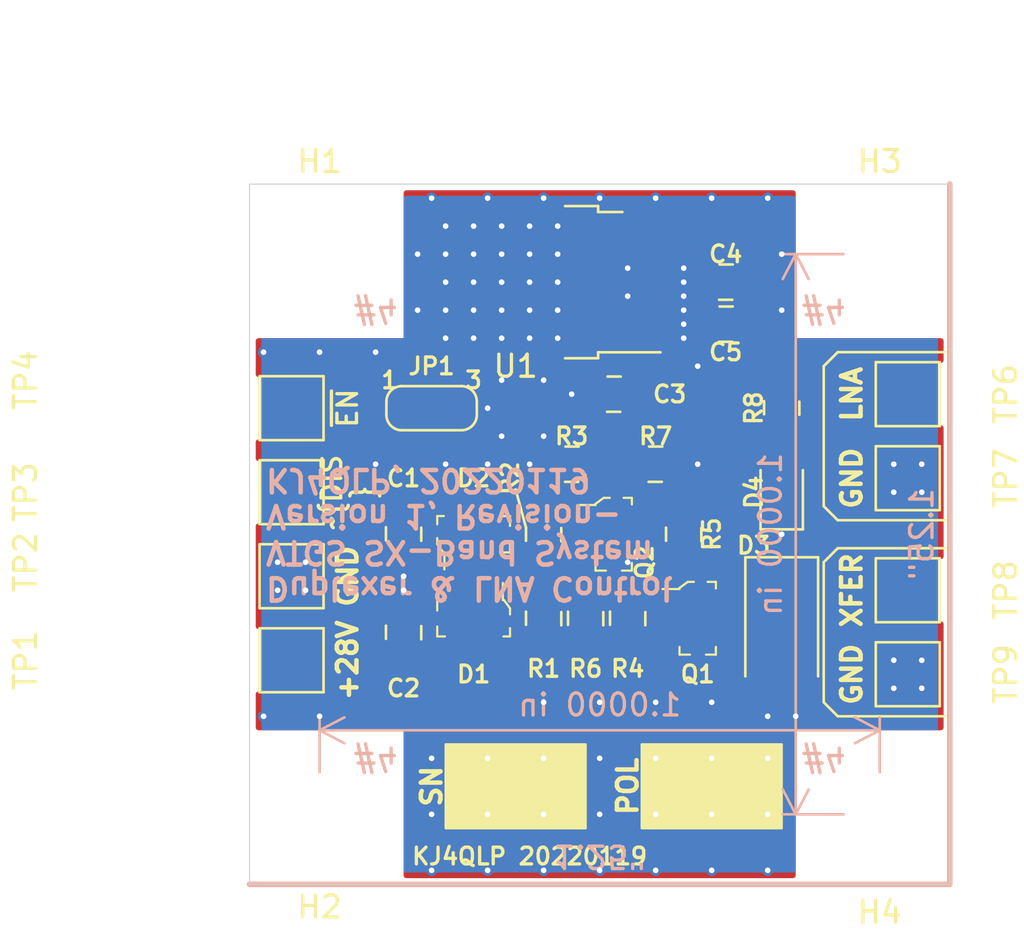
<source format=kicad_pcb>
(kicad_pcb (version 20171130) (host pcbnew 5.1.12-84ad8e8a86~92~ubuntu20.04.1)

  (general
    (thickness 1.6)
    (drawings 43)
    (tracks 176)
    (zones 0)
    (modules 33)
    (nets 16)
  )

  (page USLetter)
  (title_block
    (title "Duplexer & LNA Control, Version 1")
    (date 2022-01-19)
    (rev -)
    (company "Virginia Tech Ground Station (VTGS) SX-Band System")
    (comment 1 "VT National Security Institute")
    (comment 2 creativecommons.org/licenses/by/4.0/)
    (comment 3 "License: CC BY 4.0")
    (comment 4 "Author: Zach Leffke, KJ4QLP")
  )

  (layers
    (0 F.Cu signal)
    (31 B.Cu signal)
    (32 B.Adhes user)
    (33 F.Adhes user)
    (34 B.Paste user)
    (35 F.Paste user)
    (36 B.SilkS user)
    (37 F.SilkS user)
    (38 B.Mask user)
    (39 F.Mask user)
    (40 Dwgs.User user)
    (41 Cmts.User user)
    (42 Eco1.User user)
    (43 Eco2.User user)
    (44 Edge.Cuts user)
    (45 Margin user)
    (46 B.CrtYd user)
    (47 F.CrtYd user)
    (48 B.Fab user)
    (49 F.Fab user)
  )

  (setup
    (last_trace_width 0.254)
    (user_trace_width 0.508)
    (user_trace_width 0.762)
    (user_trace_width 1.016)
    (user_trace_width 1.27)
    (trace_clearance 0.254)
    (zone_clearance 0.254)
    (zone_45_only no)
    (trace_min 0.254)
    (via_size 0.508)
    (via_drill 0.254)
    (via_min_size 0.508)
    (via_min_drill 0.254)
    (uvia_size 0.508)
    (uvia_drill 0.254)
    (uvias_allowed no)
    (uvia_min_size 0.508)
    (uvia_min_drill 0.254)
    (edge_width 0.05)
    (segment_width 0.2)
    (pcb_text_width 0.3)
    (pcb_text_size 1.5 1.5)
    (mod_edge_width 0.12)
    (mod_text_size 1 1)
    (mod_text_width 0.15)
    (pad_size 1.524 1.524)
    (pad_drill 0.762)
    (pad_to_mask_clearance 0.05)
    (aux_axis_origin 0 0)
    (visible_elements FFFDFF7F)
    (pcbplotparams
      (layerselection 0x010fc_ffffffff)
      (usegerberextensions false)
      (usegerberattributes true)
      (usegerberadvancedattributes true)
      (creategerberjobfile true)
      (excludeedgelayer true)
      (linewidth 0.100000)
      (plotframeref false)
      (viasonmask false)
      (mode 1)
      (useauxorigin false)
      (hpglpennumber 1)
      (hpglpenspeed 20)
      (hpglpendiameter 15.000000)
      (psnegative false)
      (psa4output false)
      (plotreference true)
      (plotvalue true)
      (plotinvisibletext false)
      (padsonsilk false)
      (subtractmaskfromsilk false)
      (outputformat 1)
      (mirror false)
      (drillshape 1)
      (scaleselection 1)
      (outputdirectory ""))
  )

  (net 0 "")
  (net 1 "Net-(C1-Pad1)")
  (net 2 GND)
  (net 3 /RX_28V)
  (net 4 "Net-(D1-Pad2)")
  (net 5 "Net-(D1-Pad1)")
  (net 6 "Net-(D2-Pad2)")
  (net 7 "Net-(D2-Pad1)")
  (net 8 +28V)
  (net 9 "Net-(Q1-Pad1)")
  (net 10 "Net-(Q2-Pad1)")
  (net 11 "Net-(Q2-Pad3)")
  (net 12 ~DIS)
  (net 13 ~EN)
  (net 14 +12V)
  (net 15 "Net-(D4-Pad2)")

  (net_class Default "This is the default net class."
    (clearance 0.254)
    (trace_width 0.254)
    (via_dia 0.508)
    (via_drill 0.254)
    (uvia_dia 0.508)
    (uvia_drill 0.254)
    (diff_pair_width 0.254)
    (diff_pair_gap 0.254)
    (add_net +12V)
    (add_net +28V)
    (add_net /RX_28V)
    (add_net GND)
    (add_net "Net-(C1-Pad1)")
    (add_net "Net-(D1-Pad1)")
    (add_net "Net-(D1-Pad2)")
    (add_net "Net-(D2-Pad1)")
    (add_net "Net-(D2-Pad2)")
    (add_net "Net-(D4-Pad2)")
    (add_net "Net-(Q1-Pad1)")
    (add_net "Net-(Q2-Pad1)")
    (add_net "Net-(Q2-Pad3)")
    (add_net ~DIS)
    (add_net ~EN)
  )

  (module digikey-footprints:0805 (layer F.Cu) (tedit 5D288D36) (tstamp 61E88727)
    (at 148.59 101.6 180)
    (path /61F90895)
    (attr smd)
    (fp_text reference C5 (at 0 -1.27) (layer F.SilkS)
      (effects (font (size 0.762 0.762) (thickness 0.15)))
    )
    (fp_text value 0.1uF (at 0 1.95) (layer F.Fab)
      (effects (font (size 1 1) (thickness 0.15)))
    )
    (fp_line (start -0.95 -0.675) (end -0.95 0.675) (layer F.Fab) (width 0.12))
    (fp_line (start 0.95 -0.675) (end 0.95 0.675) (layer F.Fab) (width 0.12))
    (fp_line (start -0.95 -0.68) (end 0.95 -0.68) (layer F.Fab) (width 0.12))
    (fp_line (start -0.95 0.68) (end 0.95 0.68) (layer F.Fab) (width 0.12))
    (fp_line (start -0.3 -0.8) (end 0.3 -0.8) (layer F.SilkS) (width 0.12))
    (fp_line (start -0.32 0.8) (end 0.28 0.8) (layer F.SilkS) (width 0.12))
    (fp_line (start -1.9 0.93) (end -1.9 -0.93) (layer F.CrtYd) (width 0.05))
    (fp_line (start 1.9 0.93) (end 1.9 -0.93) (layer F.CrtYd) (width 0.05))
    (fp_line (start -1.9 -0.93) (end 1.9 -0.93) (layer F.CrtYd) (width 0.05))
    (fp_line (start -1.9 0.93) (end 1.9 0.93) (layer F.CrtYd) (width 0.05))
    (pad 1 smd rect (at -1.05 0 180) (size 1.2 1.2) (layers F.Cu F.Paste F.Mask)
      (net 14 +12V))
    (pad 2 smd rect (at 1.05 0 180) (size 1.2 1.2) (layers F.Cu F.Paste F.Mask)
      (net 2 GND))
  )

  (module digikey-footprints:SOT-23-3 (layer F.Cu) (tedit 5D28A5E3) (tstamp 61E87579)
    (at 137.16 111.125 90)
    (path /5FDEB4D5)
    (attr smd)
    (fp_text reference D2 (at 2.54 0 180) (layer F.SilkS)
      (effects (font (size 0.762 0.762) (thickness 0.15)))
    )
    (fp_text value BAS16W (at 0.025 3.25 90) (layer F.Fab)
      (effects (font (size 1 1) (thickness 0.15)))
    )
    (fp_line (start 0.7 1.52) (end 0.7 -1.52) (layer F.Fab) (width 0.1))
    (fp_line (start -0.7 1.52) (end 0.7 1.52) (layer F.Fab) (width 0.1))
    (fp_line (start 0.825 -1.65) (end 0.825 -1.35) (layer F.SilkS) (width 0.1))
    (fp_line (start 0.45 -1.65) (end 0.825 -1.65) (layer F.SilkS) (width 0.1))
    (fp_line (start 0.825 1.65) (end 0.375 1.65) (layer F.SilkS) (width 0.1))
    (fp_line (start 0.825 1.35) (end 0.825 1.65) (layer F.SilkS) (width 0.1))
    (fp_line (start 0.825 1.425) (end 0.825 1.3) (layer F.SilkS) (width 0.1))
    (fp_line (start -0.825 1.65) (end -0.825 1.3) (layer F.SilkS) (width 0.1))
    (fp_line (start -0.35 1.65) (end -0.825 1.65) (layer F.SilkS) (width 0.1))
    (fp_line (start -0.425 -1.525) (end -0.7 -1.325) (layer F.Fab) (width 0.1))
    (fp_line (start -0.425 -1.525) (end 0.7 -1.525) (layer F.Fab) (width 0.1))
    (fp_line (start -0.7 -1.325) (end -0.7 1.525) (layer F.Fab) (width 0.1))
    (fp_line (start -0.825 -1.325) (end -1.6 -1.325) (layer F.SilkS) (width 0.1))
    (fp_line (start -0.825 -1.375) (end -0.825 -1.325) (layer F.SilkS) (width 0.1))
    (fp_line (start -0.45 -1.65) (end -0.825 -1.375) (layer F.SilkS) (width 0.1))
    (fp_line (start -0.175 -1.65) (end -0.45 -1.65) (layer F.SilkS) (width 0.1))
    (fp_line (start 1.825 -1.95) (end 1.825 1.95) (layer F.CrtYd) (width 0.05))
    (fp_line (start 1.825 1.95) (end -1.825 1.95) (layer F.CrtYd) (width 0.05))
    (fp_line (start -1.825 -1.95) (end -1.825 1.95) (layer F.CrtYd) (width 0.05))
    (fp_line (start -1.825 -1.95) (end 1.825 -1.95) (layer F.CrtYd) (width 0.05))
    (fp_text user %R (at -0.125 0.15 90) (layer F.Fab)
      (effects (font (size 0.25 0.25) (thickness 0.05)))
    )
    (pad 1 smd rect (at -1.05 -0.95 90) (size 1.3 0.6) (layers F.Cu F.Paste F.Mask)
      (net 7 "Net-(D2-Pad1)") (solder_mask_margin 0.07))
    (pad 2 smd rect (at -1.05 0.95 90) (size 1.3 0.6) (layers F.Cu F.Paste F.Mask)
      (net 6 "Net-(D2-Pad2)") (solder_mask_margin 0.07))
    (pad 3 smd rect (at 1.05 0 90) (size 1.3 0.6) (layers F.Cu F.Paste F.Mask)
      (net 1 "Net-(C1-Pad1)") (solder_mask_margin 0.07))
  )

  (module digikey-footprints:SOT-23-3 (layer F.Cu) (tedit 5D28A5E3) (tstamp 61E87528)
    (at 137.16 114.935 270)
    (path /5FDE6073)
    (attr smd)
    (fp_text reference D1 (at 2.54 0 180) (layer F.SilkS)
      (effects (font (size 0.762 0.762) (thickness 0.15)))
    )
    (fp_text value BAS16W (at 0.025 3.25 90) (layer F.Fab)
      (effects (font (size 1 1) (thickness 0.15)))
    )
    (fp_line (start 0.7 1.52) (end 0.7 -1.52) (layer F.Fab) (width 0.1))
    (fp_line (start -0.7 1.52) (end 0.7 1.52) (layer F.Fab) (width 0.1))
    (fp_line (start 0.825 -1.65) (end 0.825 -1.35) (layer F.SilkS) (width 0.1))
    (fp_line (start 0.45 -1.65) (end 0.825 -1.65) (layer F.SilkS) (width 0.1))
    (fp_line (start 0.825 1.65) (end 0.375 1.65) (layer F.SilkS) (width 0.1))
    (fp_line (start 0.825 1.35) (end 0.825 1.65) (layer F.SilkS) (width 0.1))
    (fp_line (start 0.825 1.425) (end 0.825 1.3) (layer F.SilkS) (width 0.1))
    (fp_line (start -0.825 1.65) (end -0.825 1.3) (layer F.SilkS) (width 0.1))
    (fp_line (start -0.35 1.65) (end -0.825 1.65) (layer F.SilkS) (width 0.1))
    (fp_line (start -0.425 -1.525) (end -0.7 -1.325) (layer F.Fab) (width 0.1))
    (fp_line (start -0.425 -1.525) (end 0.7 -1.525) (layer F.Fab) (width 0.1))
    (fp_line (start -0.7 -1.325) (end -0.7 1.525) (layer F.Fab) (width 0.1))
    (fp_line (start -0.825 -1.325) (end -1.6 -1.325) (layer F.SilkS) (width 0.1))
    (fp_line (start -0.825 -1.375) (end -0.825 -1.325) (layer F.SilkS) (width 0.1))
    (fp_line (start -0.45 -1.65) (end -0.825 -1.375) (layer F.SilkS) (width 0.1))
    (fp_line (start -0.175 -1.65) (end -0.45 -1.65) (layer F.SilkS) (width 0.1))
    (fp_line (start 1.825 -1.95) (end 1.825 1.95) (layer F.CrtYd) (width 0.05))
    (fp_line (start 1.825 1.95) (end -1.825 1.95) (layer F.CrtYd) (width 0.05))
    (fp_line (start -1.825 -1.95) (end -1.825 1.95) (layer F.CrtYd) (width 0.05))
    (fp_line (start -1.825 -1.95) (end 1.825 -1.95) (layer F.CrtYd) (width 0.05))
    (fp_text user %R (at -0.125 0.15 90) (layer F.Fab)
      (effects (font (size 0.25 0.25) (thickness 0.05)))
    )
    (pad 1 smd rect (at -1.05 -0.95 270) (size 1.3 0.6) (layers F.Cu F.Paste F.Mask)
      (net 5 "Net-(D1-Pad1)") (solder_mask_margin 0.07))
    (pad 2 smd rect (at -1.05 0.95 270) (size 1.3 0.6) (layers F.Cu F.Paste F.Mask)
      (net 4 "Net-(D1-Pad2)") (solder_mask_margin 0.07))
    (pad 3 smd rect (at 1.05 0 270) (size 1.3 0.6) (layers F.Cu F.Paste F.Mask)
      (net 12 ~DIS) (solder_mask_margin 0.07))
  )

  (module digikey-footprints:0805 (layer F.Cu) (tedit 5D288D36) (tstamp 61E85EE0)
    (at 151.13 105.41 270)
    (path /61F2BEE6)
    (attr smd)
    (fp_text reference R8 (at 0 1.27 90) (layer F.SilkS)
      (effects (font (size 0.762 0.762) (thickness 0.15)))
    )
    (fp_text value 10k (at 0 1.95 90) (layer F.Fab)
      (effects (font (size 1 1) (thickness 0.15)))
    )
    (fp_line (start -0.95 -0.675) (end -0.95 0.675) (layer F.Fab) (width 0.12))
    (fp_line (start 0.95 -0.675) (end 0.95 0.675) (layer F.Fab) (width 0.12))
    (fp_line (start -0.95 -0.68) (end 0.95 -0.68) (layer F.Fab) (width 0.12))
    (fp_line (start -0.95 0.68) (end 0.95 0.68) (layer F.Fab) (width 0.12))
    (fp_line (start -0.3 -0.8) (end 0.3 -0.8) (layer F.SilkS) (width 0.12))
    (fp_line (start -0.32 0.8) (end 0.28 0.8) (layer F.SilkS) (width 0.12))
    (fp_line (start -1.9 0.93) (end -1.9 -0.93) (layer F.CrtYd) (width 0.05))
    (fp_line (start 1.9 0.93) (end 1.9 -0.93) (layer F.CrtYd) (width 0.05))
    (fp_line (start -1.9 -0.93) (end 1.9 -0.93) (layer F.CrtYd) (width 0.05))
    (fp_line (start -1.9 0.93) (end 1.9 0.93) (layer F.CrtYd) (width 0.05))
    (pad 1 smd rect (at -1.05 0 270) (size 1.2 1.2) (layers F.Cu F.Paste F.Mask)
      (net 14 +12V))
    (pad 2 smd rect (at 1.05 0 270) (size 1.2 1.2) (layers F.Cu F.Paste F.Mask)
      (net 15 "Net-(D4-Pad2)"))
  )

  (module LED_SMD:LED_0805_2012Metric (layer F.Cu) (tedit 5F68FEF1) (tstamp 61E85D30)
    (at 151.13 109.22 90)
    (descr "LED SMD 0805 (2012 Metric), square (rectangular) end terminal, IPC_7351 nominal, (Body size source: https://docs.google.com/spreadsheets/d/1BsfQQcO9C6DZCsRaXUlFlo91Tg2WpOkGARC1WS5S8t0/edit?usp=sharing), generated with kicad-footprint-generator")
    (tags LED)
    (path /61F27C14)
    (attr smd)
    (fp_text reference D4 (at 0 -1.27 90) (layer F.SilkS)
      (effects (font (size 0.762 0.762) (thickness 0.15)))
    )
    (fp_text value LED (at 0 1.65 90) (layer F.Fab)
      (effects (font (size 1 1) (thickness 0.15)))
    )
    (fp_line (start 1.68 0.95) (end -1.68 0.95) (layer F.CrtYd) (width 0.05))
    (fp_line (start 1.68 -0.95) (end 1.68 0.95) (layer F.CrtYd) (width 0.05))
    (fp_line (start -1.68 -0.95) (end 1.68 -0.95) (layer F.CrtYd) (width 0.05))
    (fp_line (start -1.68 0.95) (end -1.68 -0.95) (layer F.CrtYd) (width 0.05))
    (fp_line (start -1.685 0.96) (end 1 0.96) (layer F.SilkS) (width 0.12))
    (fp_line (start -1.685 -0.96) (end -1.685 0.96) (layer F.SilkS) (width 0.12))
    (fp_line (start 1 -0.96) (end -1.685 -0.96) (layer F.SilkS) (width 0.12))
    (fp_line (start 1 0.6) (end 1 -0.6) (layer F.Fab) (width 0.1))
    (fp_line (start -1 0.6) (end 1 0.6) (layer F.Fab) (width 0.1))
    (fp_line (start -1 -0.3) (end -1 0.6) (layer F.Fab) (width 0.1))
    (fp_line (start -0.7 -0.6) (end -1 -0.3) (layer F.Fab) (width 0.1))
    (fp_line (start 1 -0.6) (end -0.7 -0.6) (layer F.Fab) (width 0.1))
    (fp_text user %R (at 0 0 90) (layer F.Fab)
      (effects (font (size 0.5 0.5) (thickness 0.08)))
    )
    (pad 2 smd roundrect (at 0.9375 0 90) (size 0.975 1.4) (layers F.Cu F.Paste F.Mask) (roundrect_rratio 0.25)
      (net 15 "Net-(D4-Pad2)"))
    (pad 1 smd roundrect (at -0.9375 0 90) (size 0.975 1.4) (layers F.Cu F.Paste F.Mask) (roundrect_rratio 0.25)
      (net 2 GND))
    (model ${KISYS3DMOD}/LED_SMD.3dshapes/LED_0805_2012Metric.wrl
      (at (xyz 0 0 0))
      (scale (xyz 1 1 1))
      (rotate (xyz 0 0 0))
    )
  )

  (module Jumper:SolderJumper-3_P1.3mm_Bridged12_RoundedPad1.0x1.5mm_NumberLabels (layer F.Cu) (tedit 5C745336) (tstamp 5FDEEEE9)
    (at 135.255 105.41)
    (descr "SMD Solder 3-pad Jumper, 1x1.5mm rounded Pads, 0.3mm gap, pads 1-2 bridged with 1 copper strip, labeled with numbers")
    (tags "solder jumper open")
    (path /5FDF4EB0)
    (attr virtual)
    (fp_text reference JP1 (at 0 -1.905) (layer F.SilkS)
      (effects (font (size 0.762 0.762) (thickness 0.15)))
    )
    (fp_text value RX_~EN (at 0 1.9) (layer F.Fab)
      (effects (font (size 1 1) (thickness 0.15)))
    )
    (fp_poly (pts (xy -0.9 -0.3) (xy -0.4 -0.3) (xy -0.4 0.3) (xy -0.9 0.3)) (layer F.Cu) (width 0))
    (fp_line (start 2.3 1.25) (end -2.3 1.25) (layer F.CrtYd) (width 0.05))
    (fp_line (start 2.3 1.25) (end 2.3 -1.25) (layer F.CrtYd) (width 0.05))
    (fp_line (start -2.3 -1.25) (end -2.3 1.25) (layer F.CrtYd) (width 0.05))
    (fp_line (start -2.3 -1.25) (end 2.3 -1.25) (layer F.CrtYd) (width 0.05))
    (fp_line (start -1.4 -1) (end 1.4 -1) (layer F.SilkS) (width 0.12))
    (fp_line (start 2.05 -0.3) (end 2.05 0.3) (layer F.SilkS) (width 0.12))
    (fp_line (start 1.4 1) (end -1.4 1) (layer F.SilkS) (width 0.12))
    (fp_line (start -2.05 0.3) (end -2.05 -0.3) (layer F.SilkS) (width 0.12))
    (fp_arc (start -1.35 -0.3) (end -1.35 -1) (angle -90) (layer F.SilkS) (width 0.12))
    (fp_arc (start -1.35 0.3) (end -2.05 0.3) (angle -90) (layer F.SilkS) (width 0.12))
    (fp_arc (start 1.35 0.3) (end 1.35 1) (angle -90) (layer F.SilkS) (width 0.12))
    (fp_arc (start 1.35 -0.3) (end 2.05 -0.3) (angle -90) (layer F.SilkS) (width 0.12))
    (fp_text user 1 (at -1.905 -1.27) (layer F.SilkS)
      (effects (font (size 0.762 0.762) (thickness 0.15)))
    )
    (fp_text user 3 (at 1.905 -1.27) (layer F.SilkS)
      (effects (font (size 0.762 0.762) (thickness 0.15)))
    )
    (pad 1 smd custom (at -1.3 0) (size 1 0.5) (layers F.Cu F.Mask)
      (net 13 ~EN) (zone_connect 2)
      (options (clearance outline) (anchor rect))
      (primitives
        (gr_poly (pts
           (xy 0.55 -0.75) (xy 0 -0.75) (xy 0 0.75) (xy 0.55 0.75)) (width 0))
        (gr_circle (center 0 0.25) (end 0.5 0.25) (width 0))
        (gr_circle (center 0 -0.25) (end 0.5 -0.25) (width 0))
      ))
    (pad 2 smd rect (at 0 0) (size 1 1.5) (layers F.Cu F.Mask)
      (net 1 "Net-(C1-Pad1)"))
    (pad 3 smd custom (at 1.3 0) (size 1 0.5) (layers F.Cu F.Mask)
      (net 2 GND) (zone_connect 2)
      (options (clearance outline) (anchor rect))
      (primitives
        (gr_circle (center 0 0.25) (end 0.5 0.25) (width 0))
        (gr_circle (center 0 -0.25) (end 0.5 -0.25) (width 0))
        (gr_poly (pts
           (xy -0.55 -0.75) (xy 0 -0.75) (xy 0 0.75) (xy -0.55 0.75)) (width 0))
      ))
  )

  (module TestPoint:TestPoint_Pad_2.5x2.5mm (layer F.Cu) (tedit 5A0F774F) (tstamp 5FDFB670)
    (at 156.845 117.475 270)
    (descr "SMD rectangular pad as test Point, square 2.5mm side length")
    (tags "test point SMD pad rectangle square")
    (path /5FE0A607)
    (attr virtual)
    (fp_text reference TP9 (at 0 -4.445 90) (layer F.SilkS)
      (effects (font (size 1 1) (thickness 0.15)))
    )
    (fp_text value GND (at 0 2.25 90) (layer F.Fab)
      (effects (font (size 1 1) (thickness 0.15)))
    )
    (fp_line (start 1.75 1.75) (end -1.75 1.75) (layer F.CrtYd) (width 0.05))
    (fp_line (start 1.75 1.75) (end 1.75 -1.75) (layer F.CrtYd) (width 0.05))
    (fp_line (start -1.75 -1.75) (end -1.75 1.75) (layer F.CrtYd) (width 0.05))
    (fp_line (start -1.75 -1.75) (end 1.75 -1.75) (layer F.CrtYd) (width 0.05))
    (fp_line (start -1.45 1.45) (end -1.45 -1.45) (layer F.SilkS) (width 0.12))
    (fp_line (start 1.45 1.45) (end -1.45 1.45) (layer F.SilkS) (width 0.12))
    (fp_line (start 1.45 -1.45) (end 1.45 1.45) (layer F.SilkS) (width 0.12))
    (fp_line (start -1.45 -1.45) (end 1.45 -1.45) (layer F.SilkS) (width 0.12))
    (fp_text user %R (at 0 -4.445 90) (layer F.Fab)
      (effects (font (size 1 1) (thickness 0.15)))
    )
    (pad 1 smd rect (at 0 0 270) (size 2.5 2.5) (layers F.Cu F.Mask)
      (net 2 GND))
  )

  (module TestPoint:TestPoint_Pad_2.5x2.5mm (layer F.Cu) (tedit 5A0F774F) (tstamp 5FDFB662)
    (at 156.845 113.665 270)
    (descr "SMD rectangular pad as test Point, square 2.5mm side length")
    (tags "test point SMD pad rectangle square")
    (path /5FE07E05)
    (attr virtual)
    (fp_text reference TP8 (at 0 -4.445 90) (layer F.SilkS)
      (effects (font (size 1 1) (thickness 0.15)))
    )
    (fp_text value XFER (at 0 2.25 90) (layer F.Fab)
      (effects (font (size 1 1) (thickness 0.15)))
    )
    (fp_line (start 1.75 1.75) (end -1.75 1.75) (layer F.CrtYd) (width 0.05))
    (fp_line (start 1.75 1.75) (end 1.75 -1.75) (layer F.CrtYd) (width 0.05))
    (fp_line (start -1.75 -1.75) (end -1.75 1.75) (layer F.CrtYd) (width 0.05))
    (fp_line (start -1.75 -1.75) (end 1.75 -1.75) (layer F.CrtYd) (width 0.05))
    (fp_line (start -1.45 1.45) (end -1.45 -1.45) (layer F.SilkS) (width 0.12))
    (fp_line (start 1.45 1.45) (end -1.45 1.45) (layer F.SilkS) (width 0.12))
    (fp_line (start 1.45 -1.45) (end 1.45 1.45) (layer F.SilkS) (width 0.12))
    (fp_line (start -1.45 -1.45) (end 1.45 -1.45) (layer F.SilkS) (width 0.12))
    (fp_text user %R (at 0 -4.445 90) (layer F.Fab)
      (effects (font (size 1 1) (thickness 0.15)))
    )
    (pad 1 smd rect (at 0 0 270) (size 2.5 2.5) (layers F.Cu F.Mask)
      (net 3 /RX_28V))
  )

  (module TestPoint:TestPoint_Pad_2.5x2.5mm (layer F.Cu) (tedit 5A0F774F) (tstamp 5FDFB654)
    (at 156.845 108.585 270)
    (descr "SMD rectangular pad as test Point, square 2.5mm side length")
    (tags "test point SMD pad rectangle square")
    (path /5FE09C5E)
    (attr virtual)
    (fp_text reference TP7 (at 0 -4.445 90) (layer F.SilkS)
      (effects (font (size 1 1) (thickness 0.15)))
    )
    (fp_text value GND (at 0 2.25 90) (layer F.Fab)
      (effects (font (size 1 1) (thickness 0.15)))
    )
    (fp_line (start 1.75 1.75) (end -1.75 1.75) (layer F.CrtYd) (width 0.05))
    (fp_line (start 1.75 1.75) (end 1.75 -1.75) (layer F.CrtYd) (width 0.05))
    (fp_line (start -1.75 -1.75) (end -1.75 1.75) (layer F.CrtYd) (width 0.05))
    (fp_line (start -1.75 -1.75) (end 1.75 -1.75) (layer F.CrtYd) (width 0.05))
    (fp_line (start -1.45 1.45) (end -1.45 -1.45) (layer F.SilkS) (width 0.12))
    (fp_line (start 1.45 1.45) (end -1.45 1.45) (layer F.SilkS) (width 0.12))
    (fp_line (start 1.45 -1.45) (end 1.45 1.45) (layer F.SilkS) (width 0.12))
    (fp_line (start -1.45 -1.45) (end 1.45 -1.45) (layer F.SilkS) (width 0.12))
    (fp_text user %R (at 0 -4.445 90) (layer F.Fab)
      (effects (font (size 1 1) (thickness 0.15)))
    )
    (pad 1 smd rect (at 0 0 270) (size 2.5 2.5) (layers F.Cu F.Mask)
      (net 2 GND))
  )

  (module TestPoint:TestPoint_Pad_2.5x2.5mm (layer F.Cu) (tedit 5A0F774F) (tstamp 5FDFB646)
    (at 156.845 104.775 270)
    (descr "SMD rectangular pad as test Point, square 2.5mm side length")
    (tags "test point SMD pad rectangle square")
    (path /5FE06BC2)
    (attr virtual)
    (fp_text reference TP6 (at 0 -4.445 90) (layer F.SilkS)
      (effects (font (size 1 1) (thickness 0.15)))
    )
    (fp_text value LNA_12V (at 0 2.25 90) (layer F.Fab)
      (effects (font (size 1 1) (thickness 0.15)))
    )
    (fp_line (start 1.75 1.75) (end -1.75 1.75) (layer F.CrtYd) (width 0.05))
    (fp_line (start 1.75 1.75) (end 1.75 -1.75) (layer F.CrtYd) (width 0.05))
    (fp_line (start -1.75 -1.75) (end -1.75 1.75) (layer F.CrtYd) (width 0.05))
    (fp_line (start -1.75 -1.75) (end 1.75 -1.75) (layer F.CrtYd) (width 0.05))
    (fp_line (start -1.45 1.45) (end -1.45 -1.45) (layer F.SilkS) (width 0.12))
    (fp_line (start 1.45 1.45) (end -1.45 1.45) (layer F.SilkS) (width 0.12))
    (fp_line (start 1.45 -1.45) (end 1.45 1.45) (layer F.SilkS) (width 0.12))
    (fp_line (start -1.45 -1.45) (end 1.45 -1.45) (layer F.SilkS) (width 0.12))
    (fp_text user %R (at 0 -4.445 90) (layer F.Fab)
      (effects (font (size 1 1) (thickness 0.15)))
    )
    (pad 1 smd rect (at 0 0 270) (size 2.5 2.5) (layers F.Cu F.Mask)
      (net 14 +12V))
  )

  (module TestPoint:TestPoint_Pad_2.5x2.5mm (layer F.Cu) (tedit 5A0F774F) (tstamp 5FDE1F90)
    (at 128.905 105.41 90)
    (descr "SMD rectangular pad as test Point, square 2.5mm side length")
    (tags "test point SMD pad rectangle square")
    (path /5FF07C8C)
    (attr virtual)
    (fp_text reference TP4 (at 1.27 -12.065 90) (layer F.SilkS)
      (effects (font (size 1 1) (thickness 0.15)))
    )
    (fp_text value ~EN (at 0 2.25 90) (layer F.Fab)
      (effects (font (size 1 1) (thickness 0.15)))
    )
    (fp_line (start 1.75 1.75) (end -1.75 1.75) (layer F.CrtYd) (width 0.05))
    (fp_line (start 1.75 1.75) (end 1.75 -1.75) (layer F.CrtYd) (width 0.05))
    (fp_line (start -1.75 -1.75) (end -1.75 1.75) (layer F.CrtYd) (width 0.05))
    (fp_line (start -1.75 -1.75) (end 1.75 -1.75) (layer F.CrtYd) (width 0.05))
    (fp_line (start -1.45 1.45) (end -1.45 -1.45) (layer F.SilkS) (width 0.12))
    (fp_line (start 1.45 1.45) (end -1.45 1.45) (layer F.SilkS) (width 0.12))
    (fp_line (start 1.45 -1.45) (end 1.45 1.45) (layer F.SilkS) (width 0.12))
    (fp_line (start -1.45 -1.45) (end 1.45 -1.45) (layer F.SilkS) (width 0.12))
    (fp_text user %R (at 1.27 -10.16 90) (layer F.Fab)
      (effects (font (size 1 1) (thickness 0.15)))
    )
    (pad 1 smd rect (at 0 0 90) (size 2.5 2.5) (layers F.Cu F.Mask)
      (net 13 ~EN))
  )

  (module TestPoint:TestPoint_Pad_2.5x2.5mm (layer F.Cu) (tedit 5A0F774F) (tstamp 5FDFDB54)
    (at 128.905 109.22 90)
    (descr "SMD rectangular pad as test Point, square 2.5mm side length")
    (tags "test point SMD pad rectangle square")
    (path /5FEFF604)
    (attr virtual)
    (fp_text reference TP3 (at 0 -12.065 90) (layer F.SilkS)
      (effects (font (size 1 1) (thickness 0.15)))
    )
    (fp_text value ~PTT (at 0 2.25 90) (layer F.Fab)
      (effects (font (size 1 1) (thickness 0.15)))
    )
    (fp_line (start 1.75 1.75) (end -1.75 1.75) (layer F.CrtYd) (width 0.05))
    (fp_line (start 1.75 1.75) (end 1.75 -1.75) (layer F.CrtYd) (width 0.05))
    (fp_line (start -1.75 -1.75) (end -1.75 1.75) (layer F.CrtYd) (width 0.05))
    (fp_line (start -1.75 -1.75) (end 1.75 -1.75) (layer F.CrtYd) (width 0.05))
    (fp_line (start -1.45 1.45) (end -1.45 -1.45) (layer F.SilkS) (width 0.12))
    (fp_line (start 1.45 1.45) (end -1.45 1.45) (layer F.SilkS) (width 0.12))
    (fp_line (start 1.45 -1.45) (end 1.45 1.45) (layer F.SilkS) (width 0.12))
    (fp_line (start -1.45 -1.45) (end 1.45 -1.45) (layer F.SilkS) (width 0.12))
    (fp_text user %R (at 0 -10.16 90) (layer F.Fab)
      (effects (font (size 1 1) (thickness 0.15)))
    )
    (pad 1 smd rect (at 0 0 90) (size 2.5 2.5) (layers F.Cu F.Mask)
      (net 12 ~DIS))
  )

  (module TestPoint:TestPoint_Pad_2.5x2.5mm (layer F.Cu) (tedit 5A0F774F) (tstamp 5FDE1F74)
    (at 128.905 113.03 90)
    (descr "SMD rectangular pad as test Point, square 2.5mm side length")
    (tags "test point SMD pad rectangle square")
    (path /5FEEBDE0)
    (attr virtual)
    (fp_text reference TP2 (at 0.635 -12.065 90) (layer F.SilkS)
      (effects (font (size 1 1) (thickness 0.15)))
    )
    (fp_text value GND (at 0 2.25 90) (layer F.Fab)
      (effects (font (size 1 1) (thickness 0.15)))
    )
    (fp_line (start 1.75 1.75) (end -1.75 1.75) (layer F.CrtYd) (width 0.05))
    (fp_line (start 1.75 1.75) (end 1.75 -1.75) (layer F.CrtYd) (width 0.05))
    (fp_line (start -1.75 -1.75) (end -1.75 1.75) (layer F.CrtYd) (width 0.05))
    (fp_line (start -1.75 -1.75) (end 1.75 -1.75) (layer F.CrtYd) (width 0.05))
    (fp_line (start -1.45 1.45) (end -1.45 -1.45) (layer F.SilkS) (width 0.12))
    (fp_line (start 1.45 1.45) (end -1.45 1.45) (layer F.SilkS) (width 0.12))
    (fp_line (start 1.45 -1.45) (end 1.45 1.45) (layer F.SilkS) (width 0.12))
    (fp_line (start -1.45 -1.45) (end 1.45 -1.45) (layer F.SilkS) (width 0.12))
    (fp_text user %R (at 0.635 -10.16 90) (layer F.Fab)
      (effects (font (size 1 1) (thickness 0.15)))
    )
    (pad 1 smd rect (at 0 0 90) (size 2.5 2.5) (layers F.Cu F.Mask)
      (net 2 GND))
  )

  (module TestPoint:TestPoint_Pad_2.5x2.5mm (layer F.Cu) (tedit 5A0F774F) (tstamp 5FDE1F66)
    (at 128.905 116.84 90)
    (descr "SMD rectangular pad as test Point, square 2.5mm side length")
    (tags "test point SMD pad rectangle square")
    (path /5FEF20FE)
    (attr virtual)
    (fp_text reference TP1 (at 0 -12.065 90) (layer F.SilkS)
      (effects (font (size 1 1) (thickness 0.15)))
    )
    (fp_text value +28V (at 0 2.25 90) (layer F.Fab)
      (effects (font (size 1 1) (thickness 0.15)))
    )
    (fp_line (start 1.75 1.75) (end -1.75 1.75) (layer F.CrtYd) (width 0.05))
    (fp_line (start 1.75 1.75) (end 1.75 -1.75) (layer F.CrtYd) (width 0.05))
    (fp_line (start -1.75 -1.75) (end -1.75 1.75) (layer F.CrtYd) (width 0.05))
    (fp_line (start -1.75 -1.75) (end 1.75 -1.75) (layer F.CrtYd) (width 0.05))
    (fp_line (start -1.45 1.45) (end -1.45 -1.45) (layer F.SilkS) (width 0.12))
    (fp_line (start 1.45 1.45) (end -1.45 1.45) (layer F.SilkS) (width 0.12))
    (fp_line (start 1.45 -1.45) (end 1.45 1.45) (layer F.SilkS) (width 0.12))
    (fp_line (start -1.45 -1.45) (end 1.45 -1.45) (layer F.SilkS) (width 0.12))
    (fp_text user %R (at 0 -10.16 90) (layer F.Fab)
      (effects (font (size 1 1) (thickness 0.15)))
    )
    (pad 1 smd rect (at 0 0 90) (size 2.5 2.5) (layers F.Cu F.Mask)
      (net 8 +28V))
  )

  (module digikey-footprints:SOT-23-3 (layer F.Cu) (tedit 5D28A5E3) (tstamp 61E87813)
    (at 147.32 114.935)
    (path /5FDFF73C)
    (attr smd)
    (fp_text reference Q1 (at 0 2.54) (layer F.SilkS)
      (effects (font (size 0.762 0.762) (thickness 0.15)))
    )
    (fp_text value IRLML9301 (at 0.025 3.25) (layer F.Fab)
      (effects (font (size 1 1) (thickness 0.15)))
    )
    (fp_line (start 0.7 1.52) (end 0.7 -1.52) (layer F.Fab) (width 0.1))
    (fp_line (start -0.7 1.52) (end 0.7 1.52) (layer F.Fab) (width 0.1))
    (fp_line (start 0.825 -1.65) (end 0.825 -1.35) (layer F.SilkS) (width 0.1))
    (fp_line (start 0.45 -1.65) (end 0.825 -1.65) (layer F.SilkS) (width 0.1))
    (fp_line (start 0.825 1.65) (end 0.375 1.65) (layer F.SilkS) (width 0.1))
    (fp_line (start 0.825 1.35) (end 0.825 1.65) (layer F.SilkS) (width 0.1))
    (fp_line (start 0.825 1.425) (end 0.825 1.3) (layer F.SilkS) (width 0.1))
    (fp_line (start -0.825 1.65) (end -0.825 1.3) (layer F.SilkS) (width 0.1))
    (fp_line (start -0.35 1.65) (end -0.825 1.65) (layer F.SilkS) (width 0.1))
    (fp_line (start -0.425 -1.525) (end -0.7 -1.325) (layer F.Fab) (width 0.1))
    (fp_line (start -0.425 -1.525) (end 0.7 -1.525) (layer F.Fab) (width 0.1))
    (fp_line (start -0.7 -1.325) (end -0.7 1.525) (layer F.Fab) (width 0.1))
    (fp_line (start -0.825 -1.325) (end -1.6 -1.325) (layer F.SilkS) (width 0.1))
    (fp_line (start -0.825 -1.375) (end -0.825 -1.325) (layer F.SilkS) (width 0.1))
    (fp_line (start -0.45 -1.65) (end -0.825 -1.375) (layer F.SilkS) (width 0.1))
    (fp_line (start -0.175 -1.65) (end -0.45 -1.65) (layer F.SilkS) (width 0.1))
    (fp_line (start 1.825 -1.95) (end 1.825 1.95) (layer F.CrtYd) (width 0.05))
    (fp_line (start 1.825 1.95) (end -1.825 1.95) (layer F.CrtYd) (width 0.05))
    (fp_line (start -1.825 -1.95) (end -1.825 1.95) (layer F.CrtYd) (width 0.05))
    (fp_line (start -1.825 -1.95) (end 1.825 -1.95) (layer F.CrtYd) (width 0.05))
    (fp_text user %R (at -0.125 0.15) (layer F.Fab)
      (effects (font (size 0.25 0.25) (thickness 0.05)))
    )
    (pad 1 smd rect (at -1.05 -0.95) (size 1.3 0.6) (layers F.Cu F.Paste F.Mask)
      (net 9 "Net-(Q1-Pad1)") (solder_mask_margin 0.07))
    (pad 2 smd rect (at -1.05 0.95) (size 1.3 0.6) (layers F.Cu F.Paste F.Mask)
      (net 8 +28V) (solder_mask_margin 0.07))
    (pad 3 smd rect (at 1.05 0) (size 1.3 0.6) (layers F.Cu F.Paste F.Mask)
      (net 3 /RX_28V) (solder_mask_margin 0.07))
  )

  (module MountingHole:MountingHole_3.2mm_M3 (layer F.Cu) (tedit 56D1B4CB) (tstamp 5FDF80A4)
    (at 155.575 123.825)
    (descr "Mounting Hole 3.2mm, no annular, M3")
    (tags "mounting hole 3.2mm no annular m3")
    (path /5FEEBD79)
    (attr virtual)
    (fp_text reference H4 (at 0 4.445) (layer F.SilkS)
      (effects (font (size 1 1) (thickness 0.15)))
    )
    (fp_text value "#4" (at 0 4.2) (layer F.Fab)
      (effects (font (size 1 1) (thickness 0.15)))
    )
    (fp_circle (center 0 0) (end 3.2 0) (layer Cmts.User) (width 0.15))
    (fp_circle (center 0 0) (end 3.45 0) (layer F.CrtYd) (width 0.05))
    (fp_text user %R (at 0.3 0) (layer F.Fab)
      (effects (font (size 1 1) (thickness 0.15)))
    )
    (pad 1 np_thru_hole circle (at 0 0) (size 3.2 3.2) (drill 3.2) (layers *.Cu *.Mask))
  )

  (module MountingHole:MountingHole_3.2mm_M3 (layer F.Cu) (tedit 56D1B4CB) (tstamp 5FDF809C)
    (at 155.575 98.425)
    (descr "Mounting Hole 3.2mm, no annular, M3")
    (tags "mounting hole 3.2mm no annular m3")
    (path /5FEEB96C)
    (attr virtual)
    (fp_text reference H3 (at 0 -4.2) (layer F.SilkS)
      (effects (font (size 1 1) (thickness 0.15)))
    )
    (fp_text value "#4" (at 0 4.2) (layer F.Fab)
      (effects (font (size 1 1) (thickness 0.15)))
    )
    (fp_circle (center 0 0) (end 3.2 0) (layer Cmts.User) (width 0.15))
    (fp_circle (center 0 0) (end 3.45 0) (layer F.CrtYd) (width 0.05))
    (fp_text user %R (at 0.3 0) (layer F.Fab)
      (effects (font (size 1 1) (thickness 0.15)))
    )
    (pad 1 np_thru_hole circle (at 0 0) (size 3.2 3.2) (drill 3.2) (layers *.Cu *.Mask))
  )

  (module MountingHole:MountingHole_3.2mm_M3 (layer F.Cu) (tedit 56D1B4CB) (tstamp 5FDF6B4B)
    (at 130.175 123.825 180)
    (descr "Mounting Hole 3.2mm, no annular, M3")
    (tags "mounting hole 3.2mm no annular m3")
    (path /5FEE3270)
    (attr virtual)
    (fp_text reference H2 (at 0 -4.2) (layer F.SilkS)
      (effects (font (size 1 1) (thickness 0.15)))
    )
    (fp_text value "#4" (at 0 4.2) (layer F.Fab)
      (effects (font (size 1 1) (thickness 0.15)))
    )
    (fp_circle (center 0 0) (end 3.2 0) (layer Cmts.User) (width 0.15))
    (fp_circle (center 0 0) (end 3.45 0) (layer F.CrtYd) (width 0.05))
    (fp_text user %R (at 0.3 0) (layer F.Fab)
      (effects (font (size 1 1) (thickness 0.15)))
    )
    (pad 1 np_thru_hole circle (at 0 0 180) (size 3.2 3.2) (drill 3.2) (layers *.Cu *.Mask))
  )

  (module MountingHole:MountingHole_3.2mm_M3 (layer F.Cu) (tedit 56D1B4CB) (tstamp 5FDF6FEB)
    (at 130.175 98.425)
    (descr "Mounting Hole 3.2mm, no annular, M3")
    (tags "mounting hole 3.2mm no annular m3")
    (path /5FEE0475)
    (attr virtual)
    (fp_text reference H1 (at 0 -4.2) (layer F.SilkS)
      (effects (font (size 1 1) (thickness 0.15)))
    )
    (fp_text value "#4" (at 0 4.2) (layer F.Fab)
      (effects (font (size 1 1) (thickness 0.15)))
    )
    (fp_circle (center 0 0) (end 3.2 0) (layer Cmts.User) (width 0.15))
    (fp_circle (center 0 0) (end 3.45 0) (layer F.CrtYd) (width 0.05))
    (fp_text user %R (at 0.3 0) (layer F.Fab)
      (effects (font (size 1 1) (thickness 0.15)))
    )
    (pad 1 np_thru_hole circle (at 0 0) (size 3.2 3.2) (drill 3.2) (layers *.Cu *.Mask))
  )

  (module Package_TO_SOT_SMD:TO-252-2 (layer F.Cu) (tedit 5A70A390) (tstamp 5FDF5485)
    (at 140.335 99.695 180)
    (descr "TO-252 / DPAK SMD package, http://www.infineon.com/cms/en/product/packages/PG-TO252/PG-TO252-3-1/")
    (tags "DPAK TO-252 DPAK-3 TO-252-3 SOT-428")
    (path /5FE03665)
    (attr smd)
    (fp_text reference U1 (at 1.27 -3.81) (layer F.SilkS)
      (effects (font (size 1 1) (thickness 0.15)))
    )
    (fp_text value MC78M12ACDTRKG (at 0 4.5) (layer F.Fab)
      (effects (font (size 1 1) (thickness 0.15)))
    )
    (fp_line (start 3.95 -2.7) (end 4.95 -2.7) (layer F.Fab) (width 0.1))
    (fp_line (start 4.95 -2.7) (end 4.95 2.7) (layer F.Fab) (width 0.1))
    (fp_line (start 4.95 2.7) (end 3.95 2.7) (layer F.Fab) (width 0.1))
    (fp_line (start 3.95 -3.25) (end 3.95 3.25) (layer F.Fab) (width 0.1))
    (fp_line (start 3.95 3.25) (end -2.27 3.25) (layer F.Fab) (width 0.1))
    (fp_line (start -2.27 3.25) (end -2.27 -2.25) (layer F.Fab) (width 0.1))
    (fp_line (start -2.27 -2.25) (end -1.27 -3.25) (layer F.Fab) (width 0.1))
    (fp_line (start -1.27 -3.25) (end 3.95 -3.25) (layer F.Fab) (width 0.1))
    (fp_line (start -1.865 -2.655) (end -4.97 -2.655) (layer F.Fab) (width 0.1))
    (fp_line (start -4.97 -2.655) (end -4.97 -1.905) (layer F.Fab) (width 0.1))
    (fp_line (start -4.97 -1.905) (end -2.27 -1.905) (layer F.Fab) (width 0.1))
    (fp_line (start -2.27 1.905) (end -4.97 1.905) (layer F.Fab) (width 0.1))
    (fp_line (start -4.97 1.905) (end -4.97 2.655) (layer F.Fab) (width 0.1))
    (fp_line (start -4.97 2.655) (end -2.27 2.655) (layer F.Fab) (width 0.1))
    (fp_line (start -0.97 -3.45) (end -2.47 -3.45) (layer F.SilkS) (width 0.12))
    (fp_line (start -2.47 -3.45) (end -2.47 -3.18) (layer F.SilkS) (width 0.12))
    (fp_line (start -2.47 -3.18) (end -5.3 -3.18) (layer F.SilkS) (width 0.12))
    (fp_line (start -0.97 3.45) (end -2.47 3.45) (layer F.SilkS) (width 0.12))
    (fp_line (start -2.47 3.45) (end -2.47 3.18) (layer F.SilkS) (width 0.12))
    (fp_line (start -2.47 3.18) (end -3.57 3.18) (layer F.SilkS) (width 0.12))
    (fp_line (start -5.55 -3.5) (end -5.55 3.5) (layer F.CrtYd) (width 0.05))
    (fp_line (start -5.55 3.5) (end 5.55 3.5) (layer F.CrtYd) (width 0.05))
    (fp_line (start 5.55 3.5) (end 5.55 -3.5) (layer F.CrtYd) (width 0.05))
    (fp_line (start 5.55 -3.5) (end -5.55 -3.5) (layer F.CrtYd) (width 0.05))
    (fp_text user %R (at 0 0) (layer F.Fab)
      (effects (font (size 1 1) (thickness 0.15)))
    )
    (pad "" smd rect (at 0.425 1.525 180) (size 3.05 2.75) (layers F.Paste))
    (pad "" smd rect (at 3.775 -1.525 180) (size 3.05 2.75) (layers F.Paste))
    (pad "" smd rect (at 0.425 -1.525 180) (size 3.05 2.75) (layers F.Paste))
    (pad "" smd rect (at 3.775 1.525 180) (size 3.05 2.75) (layers F.Paste))
    (pad 2 smd rect (at 2.1 0 180) (size 6.4 5.8) (layers F.Cu F.Mask)
      (net 2 GND))
    (pad 3 smd rect (at -4.2 2.28 180) (size 2.2 1.2) (layers F.Cu F.Paste F.Mask)
      (net 14 +12V))
    (pad 1 smd rect (at -4.2 -2.28 180) (size 2.2 1.2) (layers F.Cu F.Paste F.Mask)
      (net 3 /RX_28V))
    (model ${KISYS3DMOD}/Package_TO_SOT_SMD.3dshapes/TO-252-2.wrl
      (at (xyz 0 0 0))
      (scale (xyz 1 1 1))
      (rotate (xyz 0 0 0))
    )
  )

  (module digikey-footprints:0805 (layer F.Cu) (tedit 5D288D36) (tstamp 61E87639)
    (at 145.415 107.95)
    (path /5FDE90C3)
    (attr smd)
    (fp_text reference R7 (at 0 -1.27) (layer F.SilkS)
      (effects (font (size 0.762 0.762) (thickness 0.15)))
    )
    (fp_text value 2.5k (at 0 1.95) (layer F.Fab)
      (effects (font (size 1 1) (thickness 0.15)))
    )
    (fp_line (start -0.95 -0.675) (end -0.95 0.675) (layer F.Fab) (width 0.12))
    (fp_line (start 0.95 -0.675) (end 0.95 0.675) (layer F.Fab) (width 0.12))
    (fp_line (start -0.95 -0.68) (end 0.95 -0.68) (layer F.Fab) (width 0.12))
    (fp_line (start -0.95 0.68) (end 0.95 0.68) (layer F.Fab) (width 0.12))
    (fp_line (start -0.3 -0.8) (end 0.3 -0.8) (layer F.SilkS) (width 0.12))
    (fp_line (start -0.32 0.8) (end 0.28 0.8) (layer F.SilkS) (width 0.12))
    (fp_line (start -1.9 0.93) (end -1.9 -0.93) (layer F.CrtYd) (width 0.05))
    (fp_line (start 1.9 0.93) (end 1.9 -0.93) (layer F.CrtYd) (width 0.05))
    (fp_line (start -1.9 -0.93) (end 1.9 -0.93) (layer F.CrtYd) (width 0.05))
    (fp_line (start -1.9 0.93) (end 1.9 0.93) (layer F.CrtYd) (width 0.05))
    (pad 1 smd rect (at -1.05 0) (size 1.2 1.2) (layers F.Cu F.Paste F.Mask)
      (net 7 "Net-(D2-Pad1)"))
    (pad 2 smd rect (at 1.05 0) (size 1.2 1.2) (layers F.Cu F.Paste F.Mask)
      (net 2 GND))
  )

  (module digikey-footprints:0805 (layer F.Cu) (tedit 5D288D36) (tstamp 61E87858)
    (at 142.24 114.935 90)
    (path /5FDE849D)
    (attr smd)
    (fp_text reference R6 (at -2.286 0) (layer F.SilkS)
      (effects (font (size 0.762 0.762) (thickness 0.15)))
    )
    (fp_text value 20k (at 0 1.95 90) (layer F.Fab)
      (effects (font (size 1 1) (thickness 0.15)))
    )
    (fp_line (start -0.95 -0.675) (end -0.95 0.675) (layer F.Fab) (width 0.12))
    (fp_line (start 0.95 -0.675) (end 0.95 0.675) (layer F.Fab) (width 0.12))
    (fp_line (start -0.95 -0.68) (end 0.95 -0.68) (layer F.Fab) (width 0.12))
    (fp_line (start -0.95 0.68) (end 0.95 0.68) (layer F.Fab) (width 0.12))
    (fp_line (start -0.3 -0.8) (end 0.3 -0.8) (layer F.SilkS) (width 0.12))
    (fp_line (start -0.32 0.8) (end 0.28 0.8) (layer F.SilkS) (width 0.12))
    (fp_line (start -1.9 0.93) (end -1.9 -0.93) (layer F.CrtYd) (width 0.05))
    (fp_line (start 1.9 0.93) (end 1.9 -0.93) (layer F.CrtYd) (width 0.05))
    (fp_line (start -1.9 -0.93) (end 1.9 -0.93) (layer F.CrtYd) (width 0.05))
    (fp_line (start -1.9 0.93) (end 1.9 0.93) (layer F.CrtYd) (width 0.05))
    (pad 1 smd rect (at -1.05 0 90) (size 1.2 1.2) (layers F.Cu F.Paste F.Mask)
      (net 8 +28V))
    (pad 2 smd rect (at 1.05 0 90) (size 1.2 1.2) (layers F.Cu F.Paste F.Mask)
      (net 7 "Net-(D2-Pad1)"))
  )

  (module digikey-footprints:0805 (layer F.Cu) (tedit 5D288D36) (tstamp 61E87609)
    (at 146.685 111.125 90)
    (path /5FDE00BA)
    (attr smd)
    (fp_text reference R5 (at 0 1.27 90) (layer F.SilkS)
      (effects (font (size 0.762 0.762) (thickness 0.15)))
    )
    (fp_text value 13k (at 0 1.95 90) (layer F.Fab)
      (effects (font (size 1 1) (thickness 0.15)))
    )
    (fp_line (start -0.95 -0.675) (end -0.95 0.675) (layer F.Fab) (width 0.12))
    (fp_line (start 0.95 -0.675) (end 0.95 0.675) (layer F.Fab) (width 0.12))
    (fp_line (start -0.95 -0.68) (end 0.95 -0.68) (layer F.Fab) (width 0.12))
    (fp_line (start -0.95 0.68) (end 0.95 0.68) (layer F.Fab) (width 0.12))
    (fp_line (start -0.3 -0.8) (end 0.3 -0.8) (layer F.SilkS) (width 0.12))
    (fp_line (start -0.32 0.8) (end 0.28 0.8) (layer F.SilkS) (width 0.12))
    (fp_line (start -1.9 0.93) (end -1.9 -0.93) (layer F.CrtYd) (width 0.05))
    (fp_line (start 1.9 0.93) (end 1.9 -0.93) (layer F.CrtYd) (width 0.05))
    (fp_line (start -1.9 -0.93) (end 1.9 -0.93) (layer F.CrtYd) (width 0.05))
    (fp_line (start -1.9 0.93) (end 1.9 0.93) (layer F.CrtYd) (width 0.05))
    (pad 1 smd rect (at -1.05 0 90) (size 1.2 1.2) (layers F.Cu F.Paste F.Mask)
      (net 9 "Net-(Q1-Pad1)"))
    (pad 2 smd rect (at 1.05 0 90) (size 1.2 1.2) (layers F.Cu F.Paste F.Mask)
      (net 11 "Net-(Q2-Pad3)"))
  )

  (module digikey-footprints:0805 (layer F.Cu) (tedit 5D288D36) (tstamp 61E877D7)
    (at 144.145 114.935 90)
    (path /5FDDBBEA)
    (attr smd)
    (fp_text reference R4 (at -2.286 0 180) (layer F.SilkS)
      (effects (font (size 0.762 0.762) (thickness 0.15)))
    )
    (fp_text value 10k (at 0 1.95 90) (layer F.Fab)
      (effects (font (size 1 1) (thickness 0.15)))
    )
    (fp_line (start -0.95 -0.675) (end -0.95 0.675) (layer F.Fab) (width 0.12))
    (fp_line (start 0.95 -0.675) (end 0.95 0.675) (layer F.Fab) (width 0.12))
    (fp_line (start -0.95 -0.68) (end 0.95 -0.68) (layer F.Fab) (width 0.12))
    (fp_line (start -0.95 0.68) (end 0.95 0.68) (layer F.Fab) (width 0.12))
    (fp_line (start -0.3 -0.8) (end 0.3 -0.8) (layer F.SilkS) (width 0.12))
    (fp_line (start -0.32 0.8) (end 0.28 0.8) (layer F.SilkS) (width 0.12))
    (fp_line (start -1.9 0.93) (end -1.9 -0.93) (layer F.CrtYd) (width 0.05))
    (fp_line (start 1.9 0.93) (end 1.9 -0.93) (layer F.CrtYd) (width 0.05))
    (fp_line (start -1.9 -0.93) (end 1.9 -0.93) (layer F.CrtYd) (width 0.05))
    (fp_line (start -1.9 0.93) (end 1.9 0.93) (layer F.CrtYd) (width 0.05))
    (pad 1 smd rect (at -1.05 0 90) (size 1.2 1.2) (layers F.Cu F.Paste F.Mask)
      (net 8 +28V))
    (pad 2 smd rect (at 1.05 0 90) (size 1.2 1.2) (layers F.Cu F.Paste F.Mask)
      (net 9 "Net-(Q1-Pad1)"))
  )

  (module digikey-footprints:0805 (layer F.Cu) (tedit 5D288D36) (tstamp 61E876AB)
    (at 141.605 107.95 180)
    (path /5FDE4AF6)
    (attr smd)
    (fp_text reference R3 (at 0 1.27) (layer F.SilkS)
      (effects (font (size 0.762 0.762) (thickness 0.15)))
    )
    (fp_text value 2k (at 0 1.95) (layer F.Fab)
      (effects (font (size 1 1) (thickness 0.15)))
    )
    (fp_line (start -0.95 -0.675) (end -0.95 0.675) (layer F.Fab) (width 0.12))
    (fp_line (start 0.95 -0.675) (end 0.95 0.675) (layer F.Fab) (width 0.12))
    (fp_line (start -0.95 -0.68) (end 0.95 -0.68) (layer F.Fab) (width 0.12))
    (fp_line (start -0.95 0.68) (end 0.95 0.68) (layer F.Fab) (width 0.12))
    (fp_line (start -0.3 -0.8) (end 0.3 -0.8) (layer F.SilkS) (width 0.12))
    (fp_line (start -0.32 0.8) (end 0.28 0.8) (layer F.SilkS) (width 0.12))
    (fp_line (start -1.9 0.93) (end -1.9 -0.93) (layer F.CrtYd) (width 0.05))
    (fp_line (start 1.9 0.93) (end 1.9 -0.93) (layer F.CrtYd) (width 0.05))
    (fp_line (start -1.9 -0.93) (end 1.9 -0.93) (layer F.CrtYd) (width 0.05))
    (fp_line (start -1.9 0.93) (end 1.9 0.93) (layer F.CrtYd) (width 0.05))
    (pad 1 smd rect (at -1.05 0 180) (size 1.2 1.2) (layers F.Cu F.Paste F.Mask)
      (net 10 "Net-(Q2-Pad1)"))
    (pad 2 smd rect (at 1.05 0 180) (size 1.2 1.2) (layers F.Cu F.Paste F.Mask)
      (net 2 GND))
  )

  (module digikey-footprints:0805 (layer F.Cu) (tedit 5D288D36) (tstamp 61E87708)
    (at 140.335 111.125 90)
    (path /5FDE4509)
    (attr smd)
    (fp_text reference R2 (at 2.54 -1.524 270) (layer F.SilkS)
      (effects (font (size 0.762 0.762) (thickness 0.15)))
    )
    (fp_text value 6k (at 0 1.95 90) (layer F.Fab)
      (effects (font (size 1 1) (thickness 0.15)))
    )
    (fp_line (start -0.95 -0.675) (end -0.95 0.675) (layer F.Fab) (width 0.12))
    (fp_line (start 0.95 -0.675) (end 0.95 0.675) (layer F.Fab) (width 0.12))
    (fp_line (start -0.95 -0.68) (end 0.95 -0.68) (layer F.Fab) (width 0.12))
    (fp_line (start -0.95 0.68) (end 0.95 0.68) (layer F.Fab) (width 0.12))
    (fp_line (start -0.3 -0.8) (end 0.3 -0.8) (layer F.SilkS) (width 0.12))
    (fp_line (start -0.32 0.8) (end 0.28 0.8) (layer F.SilkS) (width 0.12))
    (fp_line (start -1.9 0.93) (end -1.9 -0.93) (layer F.CrtYd) (width 0.05))
    (fp_line (start 1.9 0.93) (end 1.9 -0.93) (layer F.CrtYd) (width 0.05))
    (fp_line (start -1.9 -0.93) (end 1.9 -0.93) (layer F.CrtYd) (width 0.05))
    (fp_line (start -1.9 0.93) (end 1.9 0.93) (layer F.CrtYd) (width 0.05))
    (pad 1 smd rect (at -1.05 0 90) (size 1.2 1.2) (layers F.Cu F.Paste F.Mask)
      (net 5 "Net-(D1-Pad1)"))
    (pad 2 smd rect (at 1.05 0 90) (size 1.2 1.2) (layers F.Cu F.Paste F.Mask)
      (net 10 "Net-(Q2-Pad1)"))
  )

  (module digikey-footprints:0805 (layer F.Cu) (tedit 5D288D36) (tstamp 61E87747)
    (at 140.335 114.935 90)
    (path /5FDE4067)
    (attr smd)
    (fp_text reference R1 (at -2.286 0) (layer F.SilkS)
      (effects (font (size 0.762 0.762) (thickness 0.15)))
    )
    (fp_text value 10k (at 0 1.95 90) (layer F.Fab)
      (effects (font (size 1 1) (thickness 0.15)))
    )
    (fp_line (start -0.95 -0.675) (end -0.95 0.675) (layer F.Fab) (width 0.12))
    (fp_line (start 0.95 -0.675) (end 0.95 0.675) (layer F.Fab) (width 0.12))
    (fp_line (start -0.95 -0.68) (end 0.95 -0.68) (layer F.Fab) (width 0.12))
    (fp_line (start -0.95 0.68) (end 0.95 0.68) (layer F.Fab) (width 0.12))
    (fp_line (start -0.3 -0.8) (end 0.3 -0.8) (layer F.SilkS) (width 0.12))
    (fp_line (start -0.32 0.8) (end 0.28 0.8) (layer F.SilkS) (width 0.12))
    (fp_line (start -1.9 0.93) (end -1.9 -0.93) (layer F.CrtYd) (width 0.05))
    (fp_line (start 1.9 0.93) (end 1.9 -0.93) (layer F.CrtYd) (width 0.05))
    (fp_line (start -1.9 -0.93) (end 1.9 -0.93) (layer F.CrtYd) (width 0.05))
    (fp_line (start -1.9 0.93) (end 1.9 0.93) (layer F.CrtYd) (width 0.05))
    (pad 1 smd rect (at -1.05 0 90) (size 1.2 1.2) (layers F.Cu F.Paste F.Mask)
      (net 8 +28V))
    (pad 2 smd rect (at 1.05 0 90) (size 1.2 1.2) (layers F.Cu F.Paste F.Mask)
      (net 5 "Net-(D1-Pad1)"))
  )

  (module digikey-footprints:SOT-23-3 (layer F.Cu) (tedit 5D28A5E3) (tstamp 61E87780)
    (at 143.51 111.125)
    (path /5FDE0CA3)
    (attr smd)
    (fp_text reference Q2 (at 1.397 1.27 270) (layer F.SilkS)
      (effects (font (size 0.762 0.762) (thickness 0.15)))
    )
    (fp_text value MMBTA06LT1G (at 0.025 3.25) (layer F.Fab)
      (effects (font (size 1 1) (thickness 0.15)))
    )
    (fp_line (start 0.7 1.52) (end 0.7 -1.52) (layer F.Fab) (width 0.1))
    (fp_line (start -0.7 1.52) (end 0.7 1.52) (layer F.Fab) (width 0.1))
    (fp_line (start 0.825 -1.65) (end 0.825 -1.35) (layer F.SilkS) (width 0.1))
    (fp_line (start 0.45 -1.65) (end 0.825 -1.65) (layer F.SilkS) (width 0.1))
    (fp_line (start 0.825 1.65) (end 0.375 1.65) (layer F.SilkS) (width 0.1))
    (fp_line (start 0.825 1.35) (end 0.825 1.65) (layer F.SilkS) (width 0.1))
    (fp_line (start 0.825 1.425) (end 0.825 1.3) (layer F.SilkS) (width 0.1))
    (fp_line (start -0.825 1.65) (end -0.825 1.3) (layer F.SilkS) (width 0.1))
    (fp_line (start -0.35 1.65) (end -0.825 1.65) (layer F.SilkS) (width 0.1))
    (fp_line (start -0.425 -1.525) (end -0.7 -1.325) (layer F.Fab) (width 0.1))
    (fp_line (start -0.425 -1.525) (end 0.7 -1.525) (layer F.Fab) (width 0.1))
    (fp_line (start -0.7 -1.325) (end -0.7 1.525) (layer F.Fab) (width 0.1))
    (fp_line (start -0.825 -1.325) (end -1.6 -1.325) (layer F.SilkS) (width 0.1))
    (fp_line (start -0.825 -1.375) (end -0.825 -1.325) (layer F.SilkS) (width 0.1))
    (fp_line (start -0.45 -1.65) (end -0.825 -1.375) (layer F.SilkS) (width 0.1))
    (fp_line (start -0.175 -1.65) (end -0.45 -1.65) (layer F.SilkS) (width 0.1))
    (fp_line (start 1.825 -1.95) (end 1.825 1.95) (layer F.CrtYd) (width 0.05))
    (fp_line (start 1.825 1.95) (end -1.825 1.95) (layer F.CrtYd) (width 0.05))
    (fp_line (start -1.825 -1.95) (end -1.825 1.95) (layer F.CrtYd) (width 0.05))
    (fp_line (start -1.825 -1.95) (end 1.825 -1.95) (layer F.CrtYd) (width 0.05))
    (fp_text user %R (at -0.125 0.15) (layer F.Fab)
      (effects (font (size 0.25 0.25) (thickness 0.05)))
    )
    (pad 1 smd rect (at -1.05 -0.95) (size 1.3 0.6) (layers F.Cu F.Paste F.Mask)
      (net 10 "Net-(Q2-Pad1)") (solder_mask_margin 0.07))
    (pad 2 smd rect (at -1.05 0.95) (size 1.3 0.6) (layers F.Cu F.Paste F.Mask)
      (net 7 "Net-(D2-Pad1)") (solder_mask_margin 0.07))
    (pad 3 smd rect (at 1.05 0) (size 1.3 0.6) (layers F.Cu F.Paste F.Mask)
      (net 11 "Net-(Q2-Pad3)") (solder_mask_margin 0.07))
  )

  (module Diode_SMD:D_SMA (layer F.Cu) (tedit 586432E5) (tstamp 5FDE1CD5)
    (at 151.13 115.57 270)
    (descr "Diode SMA (DO-214AC)")
    (tags "Diode SMA (DO-214AC)")
    (path /5FE37236)
    (attr smd)
    (fp_text reference D3 (at -3.937 1.27 180) (layer F.SilkS)
      (effects (font (size 0.762 0.762) (thickness 0.15)))
    )
    (fp_text value US1M (at 0 2.6 90) (layer F.Fab)
      (effects (font (size 1 1) (thickness 0.15)))
    )
    (fp_line (start -3.4 -1.65) (end 2 -1.65) (layer F.SilkS) (width 0.12))
    (fp_line (start -3.4 1.65) (end 2 1.65) (layer F.SilkS) (width 0.12))
    (fp_line (start -0.64944 0.00102) (end 0.50118 -0.79908) (layer F.Fab) (width 0.1))
    (fp_line (start -0.64944 0.00102) (end 0.50118 0.75032) (layer F.Fab) (width 0.1))
    (fp_line (start 0.50118 0.75032) (end 0.50118 -0.79908) (layer F.Fab) (width 0.1))
    (fp_line (start -0.64944 -0.79908) (end -0.64944 0.80112) (layer F.Fab) (width 0.1))
    (fp_line (start 0.50118 0.00102) (end 1.4994 0.00102) (layer F.Fab) (width 0.1))
    (fp_line (start -0.64944 0.00102) (end -1.55114 0.00102) (layer F.Fab) (width 0.1))
    (fp_line (start -3.5 1.75) (end -3.5 -1.75) (layer F.CrtYd) (width 0.05))
    (fp_line (start 3.5 1.75) (end -3.5 1.75) (layer F.CrtYd) (width 0.05))
    (fp_line (start 3.5 -1.75) (end 3.5 1.75) (layer F.CrtYd) (width 0.05))
    (fp_line (start -3.5 -1.75) (end 3.5 -1.75) (layer F.CrtYd) (width 0.05))
    (fp_line (start 2.3 -1.5) (end -2.3 -1.5) (layer F.Fab) (width 0.1))
    (fp_line (start 2.3 -1.5) (end 2.3 1.5) (layer F.Fab) (width 0.1))
    (fp_line (start -2.3 1.5) (end -2.3 -1.5) (layer F.Fab) (width 0.1))
    (fp_line (start 2.3 1.5) (end -2.3 1.5) (layer F.Fab) (width 0.1))
    (fp_line (start -3.4 -1.65) (end -3.4 1.65) (layer F.SilkS) (width 0.12))
    (pad 2 smd rect (at 2 0 270) (size 2.5 1.8) (layers F.Cu F.Paste F.Mask)
      (net 2 GND))
    (pad 1 smd rect (at -2 0 270) (size 2.5 1.8) (layers F.Cu F.Paste F.Mask)
      (net 3 /RX_28V))
    (model ${KISYS3DMOD}/Diode_SMD.3dshapes/D_SMA.wrl
      (at (xyz 0 0 0))
      (scale (xyz 1 1 1))
      (rotate (xyz 0 0 0))
    )
  )

  (module digikey-footprints:0805 (layer F.Cu) (tedit 5D288D36) (tstamp 5FDE1C73)
    (at 148.59 99.695 180)
    (path /5FE2E891)
    (attr smd)
    (fp_text reference C4 (at 0 1.27) (layer F.SilkS)
      (effects (font (size 0.762 0.762) (thickness 0.15)))
    )
    (fp_text value 1uF (at 0 1.95) (layer F.Fab)
      (effects (font (size 1 1) (thickness 0.15)))
    )
    (fp_line (start -0.95 -0.675) (end -0.95 0.675) (layer F.Fab) (width 0.12))
    (fp_line (start 0.95 -0.675) (end 0.95 0.675) (layer F.Fab) (width 0.12))
    (fp_line (start -0.95 -0.68) (end 0.95 -0.68) (layer F.Fab) (width 0.12))
    (fp_line (start -0.95 0.68) (end 0.95 0.68) (layer F.Fab) (width 0.12))
    (fp_line (start -0.3 -0.8) (end 0.3 -0.8) (layer F.SilkS) (width 0.12))
    (fp_line (start -0.32 0.8) (end 0.28 0.8) (layer F.SilkS) (width 0.12))
    (fp_line (start -1.9 0.93) (end -1.9 -0.93) (layer F.CrtYd) (width 0.05))
    (fp_line (start 1.9 0.93) (end 1.9 -0.93) (layer F.CrtYd) (width 0.05))
    (fp_line (start -1.9 -0.93) (end 1.9 -0.93) (layer F.CrtYd) (width 0.05))
    (fp_line (start -1.9 0.93) (end 1.9 0.93) (layer F.CrtYd) (width 0.05))
    (pad 1 smd rect (at -1.05 0 180) (size 1.2 1.2) (layers F.Cu F.Paste F.Mask)
      (net 14 +12V))
    (pad 2 smd rect (at 1.05 0 180) (size 1.2 1.2) (layers F.Cu F.Paste F.Mask)
      (net 2 GND))
  )

  (module digikey-footprints:0805 (layer F.Cu) (tedit 5D288D36) (tstamp 5FDE1C63)
    (at 143.51 104.775 180)
    (path /5FE2D67E)
    (attr smd)
    (fp_text reference C3 (at -2.54 0) (layer F.SilkS)
      (effects (font (size 0.762 0.762) (thickness 0.15)))
    )
    (fp_text value 10uF (at 0 1.95) (layer F.Fab)
      (effects (font (size 1 1) (thickness 0.15)))
    )
    (fp_line (start -0.95 -0.675) (end -0.95 0.675) (layer F.Fab) (width 0.12))
    (fp_line (start 0.95 -0.675) (end 0.95 0.675) (layer F.Fab) (width 0.12))
    (fp_line (start -0.95 -0.68) (end 0.95 -0.68) (layer F.Fab) (width 0.12))
    (fp_line (start -0.95 0.68) (end 0.95 0.68) (layer F.Fab) (width 0.12))
    (fp_line (start -0.3 -0.8) (end 0.3 -0.8) (layer F.SilkS) (width 0.12))
    (fp_line (start -0.32 0.8) (end 0.28 0.8) (layer F.SilkS) (width 0.12))
    (fp_line (start -1.9 0.93) (end -1.9 -0.93) (layer F.CrtYd) (width 0.05))
    (fp_line (start 1.9 0.93) (end 1.9 -0.93) (layer F.CrtYd) (width 0.05))
    (fp_line (start -1.9 -0.93) (end 1.9 -0.93) (layer F.CrtYd) (width 0.05))
    (fp_line (start -1.9 0.93) (end 1.9 0.93) (layer F.CrtYd) (width 0.05))
    (pad 1 smd rect (at -1.05 0 180) (size 1.2 1.2) (layers F.Cu F.Paste F.Mask)
      (net 3 /RX_28V))
    (pad 2 smd rect (at 1.05 0 180) (size 1.2 1.2) (layers F.Cu F.Paste F.Mask)
      (net 2 GND))
  )

  (module digikey-footprints:0805 (layer F.Cu) (tedit 5D288D36) (tstamp 61E87666)
    (at 133.985 115.57 90)
    (path /5FDFB53C)
    (attr smd)
    (fp_text reference C2 (at -2.54 0 180) (layer F.SilkS)
      (effects (font (size 0.762 0.762) (thickness 0.15)))
    )
    (fp_text value 0.01uF (at 0 1.95 90) (layer F.Fab)
      (effects (font (size 1 1) (thickness 0.15)))
    )
    (fp_line (start -0.95 -0.675) (end -0.95 0.675) (layer F.Fab) (width 0.12))
    (fp_line (start 0.95 -0.675) (end 0.95 0.675) (layer F.Fab) (width 0.12))
    (fp_line (start -0.95 -0.68) (end 0.95 -0.68) (layer F.Fab) (width 0.12))
    (fp_line (start -0.95 0.68) (end 0.95 0.68) (layer F.Fab) (width 0.12))
    (fp_line (start -0.3 -0.8) (end 0.3 -0.8) (layer F.SilkS) (width 0.12))
    (fp_line (start -0.32 0.8) (end 0.28 0.8) (layer F.SilkS) (width 0.12))
    (fp_line (start -1.9 0.93) (end -1.9 -0.93) (layer F.CrtYd) (width 0.05))
    (fp_line (start 1.9 0.93) (end 1.9 -0.93) (layer F.CrtYd) (width 0.05))
    (fp_line (start -1.9 -0.93) (end 1.9 -0.93) (layer F.CrtYd) (width 0.05))
    (fp_line (start -1.9 0.93) (end 1.9 0.93) (layer F.CrtYd) (width 0.05))
    (pad 1 smd rect (at -1.05 0 90) (size 1.2 1.2) (layers F.Cu F.Paste F.Mask)
      (net 12 ~DIS))
    (pad 2 smd rect (at 1.05 0 90) (size 1.2 1.2) (layers F.Cu F.Paste F.Mask)
      (net 2 GND))
  )

  (module digikey-footprints:0805 (layer F.Cu) (tedit 5D288D36) (tstamp 61E875DC)
    (at 133.985 111.125 270)
    (path /5FDDC195)
    (attr smd)
    (fp_text reference C1 (at -2.54 0 180) (layer F.SilkS)
      (effects (font (size 0.762 0.762) (thickness 0.15)))
    )
    (fp_text value 0.01uF (at 0 1.95 90) (layer F.Fab)
      (effects (font (size 1 1) (thickness 0.15)))
    )
    (fp_line (start -0.95 -0.675) (end -0.95 0.675) (layer F.Fab) (width 0.12))
    (fp_line (start 0.95 -0.675) (end 0.95 0.675) (layer F.Fab) (width 0.12))
    (fp_line (start -0.95 -0.68) (end 0.95 -0.68) (layer F.Fab) (width 0.12))
    (fp_line (start -0.95 0.68) (end 0.95 0.68) (layer F.Fab) (width 0.12))
    (fp_line (start -0.3 -0.8) (end 0.3 -0.8) (layer F.SilkS) (width 0.12))
    (fp_line (start -0.32 0.8) (end 0.28 0.8) (layer F.SilkS) (width 0.12))
    (fp_line (start -1.9 0.93) (end -1.9 -0.93) (layer F.CrtYd) (width 0.05))
    (fp_line (start 1.9 0.93) (end 1.9 -0.93) (layer F.CrtYd) (width 0.05))
    (fp_line (start -1.9 -0.93) (end 1.9 -0.93) (layer F.CrtYd) (width 0.05))
    (fp_line (start -1.9 0.93) (end 1.9 0.93) (layer F.CrtYd) (width 0.05))
    (pad 1 smd rect (at -1.05 0 270) (size 1.2 1.2) (layers F.Cu F.Paste F.Mask)
      (net 1 "Net-(C1-Pad1)"))
    (pad 2 smd rect (at 1.05 0 270) (size 1.2 1.2) (layers F.Cu F.Paste F.Mask)
      (net 2 GND))
  )

  (gr_line (start 153.67 111.76) (end 153.035 112.395) (layer F.SilkS) (width 0.12) (tstamp 61E85581))
  (gr_line (start 153.035 118.745) (end 153.67 119.38) (layer F.SilkS) (width 0.12) (tstamp 61E8557E))
  (gr_line (start 153.67 119.38) (end 158.75 119.38) (layer F.SilkS) (width 0.12) (tstamp 61E8557B))
  (gr_line (start 153.67 111.76) (end 158.75 111.76) (layer F.SilkS) (width 0.12) (tstamp 61E85579))
  (gr_text LNA (at 154.305 104.775 90) (layer F.SilkS) (tstamp 61E85572)
    (effects (font (size 0.889 0.889) (thickness 0.2032)))
  )
  (gr_line (start 153.67 110.49) (end 158.75 110.49) (layer F.SilkS) (width 0.12))
  (gr_line (start 153.035 109.855) (end 153.67 110.49) (layer F.SilkS) (width 0.12))
  (gr_line (start 153.035 112.395) (end 153.035 118.745) (layer F.SilkS) (width 0.12))
  (gr_line (start 153.035 103.505) (end 153.035 109.855) (layer F.SilkS) (width 0.12))
  (gr_line (start 153.67 102.87) (end 153.035 103.505) (layer F.SilkS) (width 0.12))
  (gr_line (start 158.75 102.87) (end 153.67 102.87) (layer F.SilkS) (width 0.12))
  (gr_text GND (at 154.305 117.475 90) (layer F.SilkS) (tstamp 61E85377)
    (effects (font (size 0.889 0.889) (thickness 0.2032)))
  )
  (gr_text "~DIS\n" (at 131.445 109.22 90) (layer F.SilkS) (tstamp 5FE007E0)
    (effects (font (size 0.889 0.889) (thickness 0.1524)))
  )
  (dimension 25.4 (width 0.15) (layer Dwgs.User)
    (gr_text "1.0000 in" (at 121.89 111.125 270) (layer Dwgs.User)
      (effects (font (size 1 1) (thickness 0.15)))
    )
    (feature1 (pts (xy 130.175 123.825) (xy 122.603579 123.825)))
    (feature2 (pts (xy 130.175 98.425) (xy 122.603579 98.425)))
    (crossbar (pts (xy 123.19 98.425) (xy 123.19 123.825)))
    (arrow1a (pts (xy 123.19 123.825) (xy 122.603579 122.698496)))
    (arrow1b (pts (xy 123.19 123.825) (xy 123.776421 122.698496)))
    (arrow2a (pts (xy 123.19 98.425) (xy 122.603579 99.551504)))
    (arrow2b (pts (xy 123.19 98.425) (xy 123.776421 99.551504)))
  )
  (dimension 25.4 (width 0.15) (layer Dwgs.User)
    (gr_text "1.0000 in" (at 142.875 90.14) (layer Dwgs.User)
      (effects (font (size 1 1) (thickness 0.15)))
    )
    (feature1 (pts (xy 155.575 98.425) (xy 155.575 90.853579)))
    (feature2 (pts (xy 130.175 98.425) (xy 130.175 90.853579)))
    (crossbar (pts (xy 130.175 91.44) (xy 155.575 91.44)))
    (arrow1a (pts (xy 155.575 91.44) (xy 154.448496 92.026421)))
    (arrow1b (pts (xy 155.575 91.44) (xy 154.448496 90.853579)))
    (arrow2a (pts (xy 130.175 91.44) (xy 131.301504 92.026421)))
    (arrow2b (pts (xy 130.175 91.44) (xy 131.301504 90.853579)))
  )
  (dimension 31.75 (width 0.15) (layer Dwgs.User)
    (gr_text "1.2500 in" (at 119.35 111.125 270) (layer Dwgs.User)
      (effects (font (size 1 1) (thickness 0.15)))
    )
    (feature1 (pts (xy 127 127) (xy 120.063579 127)))
    (feature2 (pts (xy 127 95.25) (xy 120.063579 95.25)))
    (crossbar (pts (xy 120.65 95.25) (xy 120.65 127)))
    (arrow1a (pts (xy 120.65 127) (xy 120.063579 125.873496)))
    (arrow1b (pts (xy 120.65 127) (xy 121.236421 125.873496)))
    (arrow2a (pts (xy 120.65 95.25) (xy 120.063579 96.376504)))
    (arrow2b (pts (xy 120.65 95.25) (xy 121.236421 96.376504)))
  )
  (dimension 31.75 (width 0.15) (layer Dwgs.User)
    (gr_text "1.2500 in" (at 142.875 87.6) (layer Dwgs.User)
      (effects (font (size 1 1) (thickness 0.15)))
    )
    (feature1 (pts (xy 158.75 95.25) (xy 158.75 88.313579)))
    (feature2 (pts (xy 127 95.25) (xy 127 88.313579)))
    (crossbar (pts (xy 127 88.9) (xy 158.75 88.9)))
    (arrow1a (pts (xy 158.75 88.9) (xy 157.623496 89.486421)))
    (arrow1b (pts (xy 158.75 88.9) (xy 157.623496 88.313579)))
    (arrow2a (pts (xy 127 88.9) (xy 128.126504 89.486421)))
    (arrow2b (pts (xy 127 88.9) (xy 128.126504 88.313579)))
  )
  (gr_text "#4" (at 132.715 121.285 180) (layer B.SilkS) (tstamp 5FE01A07)
    (effects (font (size 1.016 1.016) (thickness 0.1524)) (justify mirror))
  )
  (gr_text "#4" (at 153.035 121.285 180) (layer B.SilkS) (tstamp 5FE01A05)
    (effects (font (size 1.016 1.016) (thickness 0.1524)) (justify mirror))
  )
  (gr_text "#4" (at 153.035 100.965 180) (layer B.SilkS) (tstamp 5FE01A03)
    (effects (font (size 1.016 1.016) (thickness 0.1524)) (justify mirror))
  )
  (gr_text "#4" (at 132.715 100.965 180) (layer B.SilkS) (tstamp 5FE019F2)
    (effects (font (size 1.016 1.016) (thickness 0.1524)) (justify mirror))
  )
  (gr_line (start 158.75 95.25) (end 158.75 127) (layer B.SilkS) (width 0.254))
  (gr_text 1.25" (at 142.875 125.73 180) (layer B.SilkS) (tstamp 5FE018A6)
    (effects (font (size 1.016 1.016) (thickness 0.1524)) (justify mirror))
  )
  (gr_line (start 127 127) (end 158.75 127) (layer B.SilkS) (width 0.254) (tstamp 5FE018A0))
  (gr_text 1.25" (at 157.48 111.125 90) (layer B.SilkS)
    (effects (font (size 1.016 1.016) (thickness 0.1524)) (justify mirror))
  )
  (dimension 25.4 (width 0.12) (layer B.SilkS)
    (gr_text "1.0000 in" (at 142.875 118.745 180) (layer B.SilkS)
      (effects (font (size 1 1) (thickness 0.15)) (justify mirror))
    )
    (feature1 (pts (xy 155.575 121.92) (xy 155.575 119.428579)))
    (feature2 (pts (xy 130.175 121.92) (xy 130.175 119.428579)))
    (crossbar (pts (xy 130.175 120.015) (xy 155.575 120.015)))
    (arrow1a (pts (xy 155.575 120.015) (xy 154.448496 120.601421)))
    (arrow1b (pts (xy 155.575 120.015) (xy 154.448496 119.428579)))
    (arrow2a (pts (xy 130.175 120.015) (xy 131.301504 120.601421)))
    (arrow2b (pts (xy 130.175 120.015) (xy 131.301504 119.428579)))
  )
  (dimension 25.4 (width 0.12) (layer B.SilkS) (tstamp 5FE0193E)
    (gr_text "1.0000 in" (at 150.495 111.125 270) (layer B.SilkS) (tstamp 5FE0193E)
      (effects (font (size 1 1) (thickness 0.15)) (justify mirror))
    )
    (feature1 (pts (xy 155.575 123.825) (xy 151.178579 123.825)))
    (feature2 (pts (xy 155.575 98.425) (xy 151.178579 98.425)))
    (crossbar (pts (xy 151.765 98.425) (xy 151.765 123.825)))
    (arrow1a (pts (xy 151.765 123.825) (xy 151.178579 122.698496)))
    (arrow1b (pts (xy 151.765 123.825) (xy 152.351421 122.698496)))
    (arrow2a (pts (xy 151.765 98.425) (xy 151.178579 99.551504)))
    (arrow2b (pts (xy 151.765 98.425) (xy 152.351421 99.551504)))
  )
  (gr_line (start 139.065 109.093) (end 139.535 110.825) (layer F.SilkS) (width 0.12) (tstamp 61E877F6))
  (gr_text "KJ4QLP 20220119" (at 139.7 125.73) (layer F.SilkS)
    (effects (font (size 0.762 0.762) (thickness 0.15)))
  )
  (gr_text SN (at 135.255 122.555 90) (layer F.SilkS) (tstamp 5FE0107C)
    (effects (font (size 0.889 0.889) (thickness 0.2032)))
  )
  (gr_poly (pts (xy 142.24 124.46) (xy 135.89 124.46) (xy 135.89 120.65) (xy 142.24 120.65)) (layer F.SilkS) (width 0.1) (tstamp 5FE01079))
  (gr_text "Duplexer & LNA Control\nVTGS SX-Band System\nVersion 1, Revision-\nKJ4QLP, 20220119" (at 127.635 111.125 180) (layer B.SilkS) (tstamp 5FE01A98)
    (effects (font (size 1.016 1.016) (thickness 0.2032)) (justify left mirror))
  )
  (gr_text POL (at 144.145 122.555 90) (layer F.SilkS) (tstamp 5FE0101B)
    (effects (font (size 0.889 0.889) (thickness 0.2032)))
  )
  (gr_poly (pts (xy 151.13 124.46) (xy 144.78 124.46) (xy 144.78 120.65) (xy 151.13 120.65)) (layer F.SilkS) (width 0.1))
  (gr_text ~EN (at 131.445 105.41 90) (layer F.SilkS) (tstamp 5FE006B3)
    (effects (font (size 0.889 0.889) (thickness 0.1524)))
  )
  (gr_text GND (at 131.445 113.03 90) (layer F.SilkS) (tstamp 5FE005BF)
    (effects (font (size 0.889 0.889) (thickness 0.2032)))
  )
  (gr_text +28V (at 131.445 116.84 90) (layer F.SilkS) (tstamp 5FE005B9)
    (effects (font (size 0.889 0.889) (thickness 0.2032)))
  )
  (gr_text GND (at 154.305 108.585 90) (layer F.SilkS) (tstamp 5FE00233)
    (effects (font (size 0.889 0.889) (thickness 0.2032)))
  )
  (gr_text XFER (at 154.305 113.665 90) (layer F.SilkS)
    (effects (font (size 0.889 0.889) (thickness 0.2032)))
  )
  (gr_line (start 127 127) (end 158.75 127) (layer Edge.Cuts) (width 0.05))
  (gr_line (start 158.75 95.25) (end 158.75 127) (layer Edge.Cuts) (width 0.05))
  (gr_line (start 127 95.25) (end 158.75 95.25) (layer Edge.Cuts) (width 0.05) (tstamp 5FDE2C31))
  (gr_line (start 127 127) (end 127 95.25) (layer Edge.Cuts) (width 0.05))

  (segment (start 133.985 110.075) (end 137.16 110.075) (width 0.508) (layer F.Cu) (net 1))
  (segment (start 133.985 110.075) (end 133.985 108.585) (width 0.508) (layer F.Cu) (net 1))
  (segment (start 135.255 107.315) (end 135.255 105.41) (width 0.508) (layer F.Cu) (net 1))
  (segment (start 133.985 108.585) (end 135.255 107.315) (width 0.508) (layer F.Cu) (net 1))
  (via (at 139.7 100.965) (size 0.508) (drill 0.254) (layers F.Cu B.Cu) (net 2))
  (via (at 140.97 100.965) (size 0.508) (drill 0.254) (layers F.Cu B.Cu) (net 2))
  (via (at 140.97 99.695) (size 0.508) (drill 0.254) (layers F.Cu B.Cu) (net 2))
  (via (at 139.7 99.695) (size 0.508) (drill 0.254) (layers F.Cu B.Cu) (net 2))
  (via (at 139.7 98.425) (size 0.508) (drill 0.254) (layers F.Cu B.Cu) (net 2))
  (via (at 140.97 98.425) (size 0.508) (drill 0.254) (layers F.Cu B.Cu) (net 2))
  (via (at 140.97 97.155) (size 0.508) (drill 0.254) (layers F.Cu B.Cu) (net 2))
  (via (at 139.7 97.155) (size 0.508) (drill 0.254) (layers F.Cu B.Cu) (net 2))
  (via (at 137.16 97.155) (size 0.508) (drill 0.254) (layers F.Cu B.Cu) (net 2))
  (via (at 137.16 98.425) (size 0.508) (drill 0.254) (layers F.Cu B.Cu) (net 2))
  (via (at 137.16 99.695) (size 0.508) (drill 0.254) (layers F.Cu B.Cu) (net 2))
  (via (at 137.16 100.965) (size 0.508) (drill 0.254) (layers F.Cu B.Cu) (net 2))
  (via (at 135.89 100.965) (size 0.508) (drill 0.254) (layers F.Cu B.Cu) (net 2))
  (via (at 135.89 99.695) (size 0.508) (drill 0.254) (layers F.Cu B.Cu) (net 2))
  (via (at 135.89 98.425) (size 0.508) (drill 0.254) (layers F.Cu B.Cu) (net 2))
  (via (at 135.89 97.155) (size 0.508) (drill 0.254) (layers F.Cu B.Cu) (net 2))
  (via (at 138.43 97.155) (size 0.508) (drill 0.254) (layers F.Cu B.Cu) (net 2))
  (via (at 138.43 98.425) (size 0.508) (drill 0.254) (layers F.Cu B.Cu) (net 2))
  (via (at 138.43 99.695) (size 0.508) (drill 0.254) (layers F.Cu B.Cu) (net 2))
  (via (at 138.43 100.965) (size 0.508) (drill 0.254) (layers F.Cu B.Cu) (net 2))
  (via (at 140.97 102.235) (size 0.508) (drill 0.254) (layers F.Cu B.Cu) (net 2))
  (via (at 139.7 102.235) (size 0.508) (drill 0.254) (layers F.Cu B.Cu) (net 2))
  (via (at 138.43 102.235) (size 0.508) (drill 0.254) (layers F.Cu B.Cu) (net 2))
  (via (at 137.16 102.235) (size 0.508) (drill 0.254) (layers F.Cu B.Cu) (net 2))
  (via (at 135.89 102.235) (size 0.508) (drill 0.254) (layers F.Cu B.Cu) (net 2))
  (via (at 156.21 116.84) (size 0.508) (drill 0.254) (layers F.Cu B.Cu) (net 2))
  (via (at 157.48 116.84) (size 0.508) (drill 0.254) (layers F.Cu B.Cu) (net 2))
  (via (at 156.21 118.11) (size 0.508) (drill 0.254) (layers F.Cu B.Cu) (net 2))
  (via (at 157.48 118.11) (size 0.508) (drill 0.254) (layers F.Cu B.Cu) (net 2))
  (via (at 128.27 112.395) (size 0.508) (drill 0.254) (layers F.Cu B.Cu) (net 2))
  (via (at 128.27 113.665) (size 0.508) (drill 0.254) (layers F.Cu B.Cu) (net 2))
  (via (at 129.54 112.395) (size 0.508) (drill 0.254) (layers F.Cu B.Cu) (net 2))
  (via (at 129.54 113.665) (size 0.508) (drill 0.254) (layers F.Cu B.Cu) (net 2))
  (via (at 133.985 113.03) (size 0.508) (drill 0.254) (layers F.Cu B.Cu) (net 2) (tstamp 61E87628))
  (via (at 133.985 113.665) (size 0.508) (drill 0.254) (layers F.Cu B.Cu) (net 2) (tstamp 61E877C6))
  (via (at 147.32 107.95) (size 0.508) (drill 0.254) (layers F.Cu B.Cu) (net 2) (tstamp 61E877C3))
  (via (at 139.7 107.95) (size 0.508) (drill 0.254) (layers F.Cu B.Cu) (net 2) (tstamp 61E877C0))
  (via (at 151.13 111.125) (size 0.508) (drill 0.254) (layers F.Cu B.Cu) (net 2) (tstamp 61E861B6))
  (via (at 144.145 112.395) (size 0.508) (drill 0.254) (layers F.Cu B.Cu) (net 2) (tstamp 61E8750B))
  (via (at 150.495 126.365) (size 0.508) (drill 0.254) (layers F.Cu B.Cu) (net 2) (tstamp 61E87F26))
  (via (at 147.955 126.365) (size 0.508) (drill 0.254) (layers F.Cu B.Cu) (net 2) (tstamp 61E87F28))
  (via (at 145.415 126.365) (size 0.508) (drill 0.254) (layers F.Cu B.Cu) (net 2) (tstamp 61E87F2A))
  (via (at 142.875 126.365) (size 0.508) (drill 0.254) (layers F.Cu B.Cu) (net 2) (tstamp 61E87F2C))
  (via (at 140.335 126.365) (size 0.508) (drill 0.254) (layers F.Cu B.Cu) (net 2) (tstamp 61E87F2E))
  (via (at 137.795 126.365) (size 0.508) (drill 0.254) (layers F.Cu B.Cu) (net 2) (tstamp 61E87F30))
  (via (at 135.255 126.365) (size 0.508) (drill 0.254) (layers F.Cu B.Cu) (net 2) (tstamp 61E87F32))
  (via (at 151.765 119.38) (size 0.508) (drill 0.254) (layers F.Cu B.Cu) (net 2) (tstamp 61E87F34))
  (via (at 150.495 119.38) (size 0.508) (drill 0.254) (layers F.Cu B.Cu) (net 2) (tstamp 61E87F36))
  (via (at 150.495 123.825) (size 0.508) (drill 0.254) (layers F.Cu B.Cu) (net 2) (tstamp 61E87F38))
  (via (at 150.495 121.285) (size 0.508) (drill 0.254) (layers F.Cu B.Cu) (net 2) (tstamp 61E87F3A))
  (via (at 140.335 123.825) (size 0.508) (drill 0.254) (layers F.Cu B.Cu) (net 2) (tstamp 61E87F5D))
  (via (at 145.415 123.825) (size 0.508) (drill 0.254) (layers F.Cu B.Cu) (net 2) (tstamp 61E87F5E))
  (via (at 135.255 123.825) (size 0.508) (drill 0.254) (layers F.Cu B.Cu) (net 2) (tstamp 61E87F5F))
  (via (at 147.955 123.825) (size 0.508) (drill 0.254) (layers F.Cu B.Cu) (net 2) (tstamp 61E87F60))
  (via (at 137.795 123.825) (size 0.508) (drill 0.254) (layers F.Cu B.Cu) (net 2) (tstamp 61E87F61))
  (via (at 142.875 123.825) (size 0.508) (drill 0.254) (layers F.Cu B.Cu) (net 2) (tstamp 61E87F62))
  (via (at 135.255 121.285) (size 0.508) (drill 0.254) (layers F.Cu B.Cu) (net 2) (tstamp 61E87F69))
  (via (at 142.875 121.285) (size 0.508) (drill 0.254) (layers F.Cu B.Cu) (net 2) (tstamp 61E87F6A))
  (via (at 137.795 121.285) (size 0.508) (drill 0.254) (layers F.Cu B.Cu) (net 2) (tstamp 61E87F6B))
  (via (at 145.415 121.285) (size 0.508) (drill 0.254) (layers F.Cu B.Cu) (net 2) (tstamp 61E87F6C))
  (via (at 140.335 121.285) (size 0.508) (drill 0.254) (layers F.Cu B.Cu) (net 2) (tstamp 61E87F6D))
  (via (at 147.955 121.285) (size 0.508) (drill 0.254) (layers F.Cu B.Cu) (net 2) (tstamp 61E87F6E))
  (via (at 140.335 118.745) (size 0.508) (drill 0.254) (layers F.Cu B.Cu) (net 2) (tstamp 61E87F76))
  (via (at 147.955 118.745) (size 0.508) (drill 0.254) (layers F.Cu B.Cu) (net 2) (tstamp 61E87F77))
  (via (at 145.415 118.745) (size 0.508) (drill 0.254) (layers F.Cu B.Cu) (net 2) (tstamp 61E87F78))
  (via (at 142.875 118.745) (size 0.508) (drill 0.254) (layers F.Cu B.Cu) (net 2) (tstamp 61E87F79))
  (via (at 127.635 119.38) (size 0.508) (drill 0.254) (layers F.Cu B.Cu) (net 2) (tstamp 61E87F85))
  (via (at 130.175 119.38) (size 0.508) (drill 0.254) (layers F.Cu B.Cu) (net 2) (tstamp 61E87F87))
  (via (at 127.635 102.87) (size 0.508) (drill 0.254) (layers F.Cu B.Cu) (net 2) (tstamp 61E87F89))
  (via (at 130.175 102.87) (size 0.508) (drill 0.254) (layers F.Cu B.Cu) (net 2) (tstamp 61E87F8B))
  (via (at 132.715 102.87) (size 0.508) (drill 0.254) (layers F.Cu B.Cu) (net 2) (tstamp 61E87F8D))
  (via (at 146.685 101.6) (size 0.508) (drill 0.254) (layers F.Cu B.Cu) (net 2) (tstamp 61E87FAB))
  (via (at 146.685 99.06) (size 0.508) (drill 0.254) (layers F.Cu B.Cu) (net 2) (tstamp 61E87FAD))
  (via (at 141.605 104.775) (size 0.508) (drill 0.254) (layers F.Cu B.Cu) (net 2) (tstamp 61E87FAF))
  (via (at 147.32 103.505) (size 0.508) (drill 0.254) (layers F.Cu B.Cu) (net 2) (tstamp 61E8810C))
  (via (at 140.335 106.68) (size 0.508) (drill 0.254) (layers F.Cu B.Cu) (net 2) (tstamp 61E8810E))
  (via (at 137.795 105.41) (size 0.508) (drill 0.254) (layers F.Cu B.Cu) (net 2) (tstamp 61E88110))
  (via (at 137.795 107.95) (size 0.508) (drill 0.254) (layers F.Cu B.Cu) (net 2) (tstamp 61E88142))
  (via (at 135.89 107.95) (size 0.508) (drill 0.254) (layers F.Cu B.Cu) (net 2) (tstamp 61E88144))
  (via (at 132.715 107.95) (size 0.508) (drill 0.254) (layers F.Cu B.Cu) (net 2) (tstamp 61E88146))
  (via (at 144.145 99.06) (size 0.508) (drill 0.254) (layers F.Cu B.Cu) (net 2) (tstamp 61E8818F))
  (via (at 144.145 100.33) (size 0.508) (drill 0.254) (layers F.Cu B.Cu) (net 2) (tstamp 61E88191))
  (via (at 140.335 95.885) (size 0.508) (drill 0.254) (layers F.Cu B.Cu) (net 2) (tstamp 61E88199))
  (via (at 145.415 95.885) (size 0.508) (drill 0.254) (layers F.Cu B.Cu) (net 2) (tstamp 61E8819A))
  (via (at 150.495 95.885) (size 0.508) (drill 0.254) (layers F.Cu B.Cu) (net 2) (tstamp 61E8819B))
  (via (at 135.255 95.885) (size 0.508) (drill 0.254) (layers F.Cu B.Cu) (net 2) (tstamp 61E8819C))
  (via (at 147.955 95.885) (size 0.508) (drill 0.254) (layers F.Cu B.Cu) (net 2) (tstamp 61E8819D))
  (via (at 137.795 95.885) (size 0.508) (drill 0.254) (layers F.Cu B.Cu) (net 2) (tstamp 61E8819E))
  (via (at 142.875 95.885) (size 0.508) (drill 0.254) (layers F.Cu B.Cu) (net 2) (tstamp 61E8819F))
  (via (at 151.13 98.425) (size 0.508) (drill 0.254) (layers F.Cu B.Cu) (net 2) (tstamp 61E881B4))
  (via (at 151.13 100.965) (size 0.508) (drill 0.254) (layers F.Cu B.Cu) (net 2) (tstamp 61E881B6))
  (via (at 134.62 98.425) (size 0.508) (drill 0.254) (layers F.Cu B.Cu) (net 2) (tstamp 61E881B8))
  (via (at 134.62 100.965) (size 0.508) (drill 0.254) (layers F.Cu B.Cu) (net 2) (tstamp 61E881BA))
  (via (at 138.43 104.14) (size 0.508) (drill 0.254) (layers F.Cu B.Cu) (net 2) (tstamp 61E881BC))
  (via (at 140.335 104.14) (size 0.508) (drill 0.254) (layers F.Cu B.Cu) (net 2) (tstamp 61E881C6))
  (via (at 138.43 106.68) (size 0.508) (drill 0.254) (layers F.Cu B.Cu) (net 2) (tstamp 61E881C9))
  (via (at 156.21 107.95) (size 0.508) (drill 0.254) (layers F.Cu B.Cu) (net 2) (tstamp 61E881D0))
  (via (at 157.48 107.95) (size 0.508) (drill 0.254) (layers F.Cu B.Cu) (net 2) (tstamp 61E881D2))
  (via (at 157.48 109.22) (size 0.508) (drill 0.254) (layers F.Cu B.Cu) (net 2) (tstamp 61E881D4))
  (via (at 156.21 109.22) (size 0.508) (drill 0.254) (layers F.Cu B.Cu) (net 2) (tstamp 61E881D6))
  (via (at 146.685 99.695) (size 0.508) (drill 0.254) (layers F.Cu B.Cu) (net 2) (tstamp 61E88B38))
  (via (at 146.685 100.33) (size 0.508) (drill 0.254) (layers F.Cu B.Cu) (net 2) (tstamp 61E88B4F))
  (via (at 146.685 100.965) (size 0.508) (drill 0.254) (layers F.Cu B.Cu) (net 2) (tstamp 61E88B66))
  (via (at 146.685 102.235) (size 0.508) (drill 0.254) (layers F.Cu B.Cu) (net 2) (tstamp 61E88B78))
  (segment (start 144.535 104.75) (end 144.56 104.775) (width 1.016) (layer F.Cu) (net 3))
  (segment (start 144.535 101.975) (end 144.535 104.75) (width 1.016) (layer F.Cu) (net 3))
  (segment (start 156.75 113.57) (end 156.845 113.665) (width 1.27) (layer F.Cu) (net 3))
  (segment (start 151.13 113.57) (end 156.75 113.57) (width 1.27) (layer F.Cu) (net 3))
  (segment (start 148.59 114.715) (end 148.37 114.935) (width 0.762) (layer F.Cu) (net 3))
  (segment (start 146.685 104.775) (end 148.59 106.68) (width 0.762) (layer F.Cu) (net 3))
  (segment (start 144.56 104.775) (end 146.685 104.775) (width 0.762) (layer F.Cu) (net 3))
  (segment (start 148.685 113.57) (end 148.59 113.665) (width 0.762) (layer F.Cu) (net 3))
  (segment (start 151.13 113.57) (end 148.685 113.57) (width 0.762) (layer F.Cu) (net 3))
  (segment (start 148.59 113.665) (end 148.59 114.715) (width 0.762) (layer F.Cu) (net 3))
  (segment (start 148.59 106.68) (end 148.59 113.665) (width 0.762) (layer F.Cu) (net 3))
  (segment (start 140.335 113.885) (end 140.335 112.175) (width 0.762) (layer F.Cu) (net 5) (tstamp 61E876F7))
  (segment (start 140.285 113.935) (end 140.335 113.885) (width 0.508) (layer F.Cu) (net 5) (tstamp 61E876F4))
  (segment (start 138.11 113.885) (end 140.335 113.885) (width 0.508) (layer F.Cu) (net 5))
  (segment (start 142.24 111.855) (end 142.46 112.075) (width 0.254) (layer F.Cu) (net 7) (tstamp 61E876F1))
  (segment (start 142.24 111.125) (end 142.24 111.855) (width 0.254) (layer F.Cu) (net 7) (tstamp 61E876EE))
  (segment (start 142.24 112.295) (end 142.46 112.075) (width 0.508) (layer F.Cu) (net 7) (tstamp 61E876EB))
  (segment (start 142.24 113.885) (end 142.24 112.295) (width 0.508) (layer F.Cu) (net 7) (tstamp 61E876E8))
  (segment (start 143.51 110.760802) (end 143.51 110.49) (width 0.254) (layer F.Cu) (net 7) (tstamp 61E876E5))
  (segment (start 142.24 111.125) (end 143.145802 111.125) (width 0.254) (layer F.Cu) (net 7) (tstamp 61E876E2))
  (segment (start 143.145802 111.125) (end 143.51 110.760802) (width 0.254) (layer F.Cu) (net 7) (tstamp 61E876DF))
  (segment (start 144.365 109.635) (end 144.365 107.95) (width 0.254) (layer F.Cu) (net 7) (tstamp 61E876DC))
  (segment (start 143.51 110.49) (end 144.365 109.635) (width 0.254) (layer F.Cu) (net 7) (tstamp 61E8768B))
  (segment (start 142.24 111.125) (end 137.795 111.125) (width 0.254) (layer F.Cu) (net 7) (tstamp 61E875B9))
  (segment (start 137.795 111.125) (end 136.525 111.125) (width 0.254) (layer F.Cu) (net 7))
  (segment (start 136.21 112.175) (end 136.21 111.44) (width 0.254) (layer F.Cu) (net 7))
  (segment (start 136.21 111.44) (end 136.525 111.125) (width 0.254) (layer F.Cu) (net 7))
  (segment (start 140.335 115.985) (end 142.24 115.985) (width 1.016) (layer F.Cu) (net 8) (tstamp 61E87736))
  (segment (start 144.145 115.985) (end 144.145 115.985) (width 1.016) (layer F.Cu) (net 8) (tstamp 61E87733))
  (segment (start 144.145 115.985) (end 142.24 115.985) (width 1.016) (layer F.Cu) (net 8) (tstamp 61E87730))
  (segment (start 142.24 115.985) (end 142.24 115.985) (width 1.016) (layer F.Cu) (net 8) (tstamp 61E8772D))
  (segment (start 144.245 115.885) (end 144.145 115.985) (width 0.508) (layer F.Cu) (net 8) (tstamp 61E8772A))
  (segment (start 146.27 115.885) (end 144.245 115.885) (width 0.508) (layer F.Cu) (net 8) (tstamp 61E87727))
  (segment (start 128.905 116.84) (end 130.81 116.84) (width 1.016) (layer F.Cu) (net 8))
  (segment (start 130.81 116.84) (end 132.715 118.745) (width 1.016) (layer F.Cu) (net 8))
  (segment (start 132.715 118.745) (end 138.43 118.745) (width 1.016) (layer F.Cu) (net 8))
  (segment (start 140.335 116.84) (end 140.335 115.985) (width 1.016) (layer F.Cu) (net 8))
  (segment (start 138.43 118.745) (end 140.335 116.84) (width 1.016) (layer F.Cu) (net 8))
  (segment (start 144.245 113.985) (end 144.145 113.885) (width 0.508) (layer F.Cu) (net 9) (tstamp 61E876CD))
  (segment (start 146.27 113.985) (end 144.245 113.985) (width 0.508) (layer F.Cu) (net 9) (tstamp 61E876CA))
  (segment (start 146.27 113.985) (end 146.27 113.445) (width 0.508) (layer F.Cu) (net 9) (tstamp 61E876D9))
  (segment (start 146.685 113.03) (end 146.685 112.175) (width 0.508) (layer F.Cu) (net 9) (tstamp 61E876D6))
  (segment (start 146.27 113.445) (end 146.685 113.03) (width 0.508) (layer F.Cu) (net 9) (tstamp 61E876D3))
  (segment (start 140.435 110.175) (end 140.335 110.075) (width 0.508) (layer F.Cu) (net 10) (tstamp 61E876D0))
  (segment (start 142.46 110.175) (end 140.435 110.175) (width 0.508) (layer F.Cu) (net 10) (tstamp 61E8769A))
  (segment (start 142.655 109.98) (end 142.46 110.175) (width 0.508) (layer F.Cu) (net 10) (tstamp 61E87697))
  (segment (start 142.655 107.95) (end 142.655 109.98) (width 0.508) (layer F.Cu) (net 10) (tstamp 61E87694))
  (segment (start 146.465 110.075) (end 146.685 110.075) (width 0.508) (layer F.Cu) (net 11) (tstamp 61E87691))
  (segment (start 144.56 111.125) (end 145.415 111.125) (width 0.508) (layer F.Cu) (net 11) (tstamp 61E87688))
  (segment (start 145.415 111.125) (end 146.465 110.075) (width 0.508) (layer F.Cu) (net 11) (tstamp 61E87685))
  (segment (start 136.11 115.985) (end 137.16 115.985) (width 0.508) (layer F.Cu) (net 12))
  (segment (start 135.475 116.62) (end 136.11 115.985) (width 0.508) (layer F.Cu) (net 12))
  (segment (start 133.985 116.62) (end 135.475 116.62) (width 0.508) (layer F.Cu) (net 12))
  (segment (start 133.985 116.62) (end 133.13 116.62) (width 0.508) (layer F.Cu) (net 12))
  (segment (start 133.13 116.62) (end 132.08 115.57) (width 0.508) (layer F.Cu) (net 12))
  (segment (start 132.08 115.57) (end 132.08 109.855) (width 0.508) (layer F.Cu) (net 12))
  (segment (start 131.445 109.22) (end 128.905 109.22) (width 0.508) (layer F.Cu) (net 12))
  (segment (start 132.08 109.855) (end 131.445 109.22) (width 0.508) (layer F.Cu) (net 12))
  (segment (start 128.905 105.41) (end 133.955 105.41) (width 0.508) (layer F.Cu) (net 13))
  (segment (start 156.43 104.36) (end 156.845 104.775) (width 1.016) (layer F.Cu) (net 14))
  (segment (start 149.86 104.36) (end 156.43 104.36) (width 1.016) (layer F.Cu) (net 14))
  (segment (start 149.64 98.84) (end 149.64 99.695) (width 1.016) (layer F.Cu) (net 14))
  (segment (start 148.215 97.415) (end 149.64 98.84) (width 1.016) (layer F.Cu) (net 14))
  (segment (start 144.535 97.415) (end 148.215 97.415) (width 1.016) (layer F.Cu) (net 14))
  (segment (start 149.64 99.695) (end 149.64 101.6) (width 1.016) (layer F.Cu) (net 14))
  (segment (start 149.64 104.14) (end 149.86 104.36) (width 1.016) (layer F.Cu) (net 14))
  (segment (start 149.64 101.6) (end 149.64 104.14) (width 1.016) (layer F.Cu) (net 14))
  (segment (start 151.13 106.46) (end 151.13 108.2825) (width 1.016) (layer F.Cu) (net 15))

  (zone (net 2) (net_name GND) (layer F.Cu) (tstamp 0) (hatch edge 0.508)
    (connect_pads thru_hole_only (clearance 0.254))
    (min_thickness 0.254)
    (fill yes (arc_segments 32) (thermal_gap 0.254) (thermal_bridge_width 0.381))
    (polygon
      (pts
        (xy 158.75 102.235) (xy 158.75 120.015) (xy 151.765 120.015) (xy 151.765 127) (xy 133.985 127)
        (xy 133.985 120.015) (xy 127 120.015) (xy 127 102.235) (xy 133.985 102.235) (xy 133.985 95.25)
        (xy 151.765 95.25) (xy 151.765 102.235)
      )
    )
    (filled_polygon
      (pts
        (xy 151.638 102.235) (xy 151.64044 102.259776) (xy 151.647667 102.283601) (xy 151.659403 102.305557) (xy 151.675197 102.324803)
        (xy 151.694443 102.340597) (xy 151.716399 102.352333) (xy 151.740224 102.35956) (xy 151.765 102.362) (xy 158.344 102.362)
        (xy 158.344 103.236472) (xy 158.307696 103.206678) (xy 158.241508 103.171299) (xy 158.169689 103.149513) (xy 158.095 103.142157)
        (xy 155.595 103.142157) (xy 155.520311 103.149513) (xy 155.448492 103.171299) (xy 155.382304 103.206678) (xy 155.324289 103.254289)
        (xy 155.276678 103.312304) (xy 155.241299 103.378492) (xy 155.219513 103.450311) (xy 155.217475 103.471) (xy 151.978425 103.471)
        (xy 151.942696 103.441678) (xy 151.876508 103.406299) (xy 151.804689 103.384513) (xy 151.73 103.377157) (xy 150.53 103.377157)
        (xy 150.529 103.377255) (xy 150.529 102.448425) (xy 150.558322 102.412696) (xy 150.593701 102.346508) (xy 150.615487 102.274689)
        (xy 150.622843 102.2) (xy 150.622843 101) (xy 150.615487 100.925311) (xy 150.593701 100.853492) (xy 150.558322 100.787304)
        (xy 150.529 100.751575) (xy 150.529 100.543425) (xy 150.558322 100.507696) (xy 150.593701 100.441508) (xy 150.615487 100.369689)
        (xy 150.622843 100.295) (xy 150.622843 99.095) (xy 150.615487 99.020311) (xy 150.593701 98.948492) (xy 150.558322 98.882304)
        (xy 150.532261 98.850548) (xy 150.5333 98.839999) (xy 150.529 98.796334) (xy 150.529 98.796333) (xy 150.516136 98.665726)
        (xy 150.516136 98.665724) (xy 150.465302 98.498147) (xy 150.461589 98.4912) (xy 150.382753 98.343709) (xy 150.271659 98.208341)
        (xy 150.237737 98.180502) (xy 148.874499 96.817264) (xy 148.846659 96.783341) (xy 148.711291 96.672247) (xy 148.556851 96.589697)
        (xy 148.389274 96.538864) (xy 148.258667 96.526) (xy 148.25866 96.526) (xy 148.215 96.5217) (xy 148.17134 96.526)
        (xy 145.883425 96.526) (xy 145.847696 96.496678) (xy 145.781508 96.461299) (xy 145.709689 96.439513) (xy 145.635 96.432157)
        (xy 143.435 96.432157) (xy 143.360311 96.439513) (xy 143.288492 96.461299) (xy 143.222304 96.496678) (xy 143.164289 96.544289)
        (xy 143.116678 96.602304) (xy 143.081299 96.668492) (xy 143.059513 96.740311) (xy 143.052157 96.815) (xy 143.052157 98.015)
        (xy 143.059513 98.089689) (xy 143.081299 98.161508) (xy 143.116678 98.227696) (xy 143.164289 98.285711) (xy 143.222304 98.333322)
        (xy 143.288492 98.368701) (xy 143.360311 98.390487) (xy 143.435 98.397843) (xy 145.635 98.397843) (xy 145.709689 98.390487)
        (xy 145.781508 98.368701) (xy 145.847696 98.333322) (xy 145.883425 98.304) (xy 147.846765 98.304) (xy 148.657157 99.114392)
        (xy 148.657157 100.295) (xy 148.664513 100.369689) (xy 148.686299 100.441508) (xy 148.721678 100.507696) (xy 148.751 100.543426)
        (xy 148.751001 100.751574) (xy 148.721678 100.787304) (xy 148.686299 100.853492) (xy 148.664513 100.925311) (xy 148.657157 101)
        (xy 148.657157 102.2) (xy 148.664513 102.274689) (xy 148.686299 102.346508) (xy 148.721678 102.412696) (xy 148.751 102.448426)
        (xy 148.751001 104.09633) (xy 148.7467 104.14) (xy 148.763864 104.314274) (xy 148.814698 104.481852) (xy 148.897248 104.636291)
        (xy 148.980166 104.737326) (xy 149.008342 104.771659) (xy 149.042259 104.799494) (xy 149.200501 104.957736) (xy 149.228341 104.991659)
        (xy 149.363709 105.102753) (xy 149.518149 105.185303) (xy 149.634892 105.220716) (xy 149.685725 105.236136) (xy 149.702325 105.237771)
        (xy 149.816333 105.249) (xy 149.81634 105.249) (xy 149.86 105.2533) (xy 149.90366 105.249) (xy 150.281575 105.249)
        (xy 150.317304 105.278322) (xy 150.383492 105.313701) (xy 150.455311 105.335487) (xy 150.53 105.342843) (xy 151.73 105.342843)
        (xy 151.804689 105.335487) (xy 151.876508 105.313701) (xy 151.942696 105.278322) (xy 151.978425 105.249) (xy 155.212157 105.249)
        (xy 155.212157 106.025) (xy 155.219513 106.099689) (xy 155.241299 106.171508) (xy 155.276678 106.237696) (xy 155.324289 106.295711)
        (xy 155.382304 106.343322) (xy 155.448492 106.378701) (xy 155.520311 106.400487) (xy 155.595 106.407843) (xy 158.095 106.407843)
        (xy 158.169689 106.400487) (xy 158.241508 106.378701) (xy 158.307696 106.343322) (xy 158.344 106.313528) (xy 158.344001 112.126472)
        (xy 158.307696 112.096678) (xy 158.241508 112.061299) (xy 158.169689 112.039513) (xy 158.095 112.032157) (xy 155.595 112.032157)
        (xy 155.520311 112.039513) (xy 155.448492 112.061299) (xy 155.382304 112.096678) (xy 155.324289 112.144289) (xy 155.276678 112.202304)
        (xy 155.241299 112.268492) (xy 155.219513 112.340311) (xy 155.212157 112.415) (xy 155.212157 112.554) (xy 152.412843 112.554)
        (xy 152.412843 112.32) (xy 152.405487 112.245311) (xy 152.383701 112.173492) (xy 152.348322 112.107304) (xy 152.300711 112.049289)
        (xy 152.242696 112.001678) (xy 152.176508 111.966299) (xy 152.104689 111.944513) (xy 152.03 111.937157) (xy 150.23 111.937157)
        (xy 150.155311 111.944513) (xy 150.083492 111.966299) (xy 150.017304 112.001678) (xy 149.959289 112.049289) (xy 149.911678 112.107304)
        (xy 149.876299 112.173492) (xy 149.854513 112.245311) (xy 149.847157 112.32) (xy 149.847157 112.808) (xy 149.352 112.808)
        (xy 149.352 108.03875) (xy 150.047157 108.03875) (xy 150.047157 108.52625) (xy 150.059197 108.648492) (xy 150.094854 108.766037)
        (xy 150.152757 108.874366) (xy 150.230682 108.969318) (xy 150.325634 109.047243) (xy 150.433963 109.105146) (xy 150.551508 109.140803)
        (xy 150.67375 109.152843) (xy 150.93663 109.152843) (xy 150.955727 109.158636) (xy 151.13 109.175801) (xy 151.304274 109.158636)
        (xy 151.323371 109.152843) (xy 151.58625 109.152843) (xy 151.708492 109.140803) (xy 151.826037 109.105146) (xy 151.934366 109.047243)
        (xy 152.029318 108.969318) (xy 152.107243 108.874366) (xy 152.165146 108.766037) (xy 152.200803 108.648492) (xy 152.212843 108.52625)
        (xy 152.212843 108.03875) (xy 152.200803 107.916508) (xy 152.165146 107.798963) (xy 152.107243 107.690634) (xy 152.029318 107.595682)
        (xy 152.019 107.587214) (xy 152.019 107.308425) (xy 152.048322 107.272696) (xy 152.083701 107.206508) (xy 152.105487 107.134689)
        (xy 152.112843 107.06) (xy 152.112843 105.86) (xy 152.105487 105.785311) (xy 152.083701 105.713492) (xy 152.048322 105.647304)
        (xy 152.000711 105.589289) (xy 151.942696 105.541678) (xy 151.876508 105.506299) (xy 151.804689 105.484513) (xy 151.73 105.477157)
        (xy 150.53 105.477157) (xy 150.455311 105.484513) (xy 150.383492 105.506299) (xy 150.317304 105.541678) (xy 150.259289 105.589289)
        (xy 150.211678 105.647304) (xy 150.176299 105.713492) (xy 150.154513 105.785311) (xy 150.147157 105.86) (xy 150.147157 107.06)
        (xy 150.154513 107.134689) (xy 150.176299 107.206508) (xy 150.211678 107.272696) (xy 150.241 107.308426) (xy 150.241001 107.587214)
        (xy 150.230682 107.595682) (xy 150.152757 107.690634) (xy 150.094854 107.798963) (xy 150.059197 107.916508) (xy 150.047157 108.03875)
        (xy 149.352 108.03875) (xy 149.352 106.717423) (xy 149.355686 106.68) (xy 149.352 106.642574) (xy 149.340974 106.530622)
        (xy 149.297402 106.386985) (xy 149.248615 106.295711) (xy 149.226645 106.254607) (xy 149.155279 106.167648) (xy 149.131422 106.138578)
        (xy 149.102353 106.114722) (xy 147.250284 104.262654) (xy 147.226422 104.233578) (xy 147.110392 104.138355) (xy 146.978015 104.067598)
        (xy 146.834378 104.024026) (xy 146.722426 104.013) (xy 146.722423 104.013) (xy 146.685 104.009314) (xy 146.647577 104.013)
        (xy 145.50542 104.013) (xy 145.478322 103.962304) (xy 145.430711 103.904289) (xy 145.424 103.898782) (xy 145.424 102.957843)
        (xy 145.635 102.957843) (xy 145.709689 102.950487) (xy 145.781508 102.928701) (xy 145.847696 102.893322) (xy 145.905711 102.845711)
        (xy 145.953322 102.787696) (xy 145.988701 102.721508) (xy 146.010487 102.649689) (xy 146.017843 102.575) (xy 146.017843 101.375)
        (xy 146.010487 101.300311) (xy 145.988701 101.228492) (xy 145.953322 101.162304) (xy 145.905711 101.104289) (xy 145.847696 101.056678)
        (xy 145.781508 101.021299) (xy 145.709689 100.999513) (xy 145.635 100.992157) (xy 143.435 100.992157) (xy 143.360311 100.999513)
        (xy 143.288492 101.021299) (xy 143.222304 101.056678) (xy 143.164289 101.104289) (xy 143.116678 101.162304) (xy 143.081299 101.228492)
        (xy 143.059513 101.300311) (xy 143.052157 101.375) (xy 143.052157 102.575) (xy 143.059513 102.649689) (xy 143.081299 102.721508)
        (xy 143.116678 102.787696) (xy 143.164289 102.845711) (xy 143.222304 102.893322) (xy 143.288492 102.928701) (xy 143.360311 102.950487)
        (xy 143.435 102.957843) (xy 143.646 102.957843) (xy 143.646001 103.957037) (xy 143.641678 103.962304) (xy 143.606299 104.028492)
        (xy 143.584513 104.100311) (xy 143.577157 104.175) (xy 143.577157 105.375) (xy 143.584513 105.449689) (xy 143.606299 105.521508)
        (xy 143.641678 105.587696) (xy 143.689289 105.645711) (xy 143.747304 105.693322) (xy 143.813492 105.728701) (xy 143.885311 105.750487)
        (xy 143.96 105.757843) (xy 145.16 105.757843) (xy 145.234689 105.750487) (xy 145.306508 105.728701) (xy 145.372696 105.693322)
        (xy 145.430711 105.645711) (xy 145.478322 105.587696) (xy 145.50542 105.537) (xy 146.36937 105.537) (xy 147.828 106.995631)
        (xy 147.828001 113.627567) (xy 147.824314 113.665) (xy 147.828 113.702424) (xy 147.828001 114.252157) (xy 147.72 114.252157)
        (xy 147.645311 114.259513) (xy 147.573492 114.281299) (xy 147.507304 114.316678) (xy 147.449289 114.364289) (xy 147.401678 114.422304)
        (xy 147.366299 114.488492) (xy 147.344513 114.560311) (xy 147.337157 114.635) (xy 147.337157 115.235) (xy 147.344513 115.309689)
        (xy 147.366299 115.381508) (xy 147.401678 115.447696) (xy 147.449289 115.505711) (xy 147.507304 115.553322) (xy 147.573492 115.588701)
        (xy 147.645311 115.610487) (xy 147.72 115.617843) (xy 148.03104 115.617843) (xy 148.076985 115.642401) (xy 148.220622 115.685973)
        (xy 148.37 115.700686) (xy 148.519378 115.685973) (xy 148.663015 115.642401) (xy 148.70896 115.617843) (xy 149.02 115.617843)
        (xy 149.094689 115.610487) (xy 149.166508 115.588701) (xy 149.232696 115.553322) (xy 149.290711 115.505711) (xy 149.338322 115.447696)
        (xy 149.373701 115.381508) (xy 149.395487 115.309689) (xy 149.402843 115.235) (xy 149.402843 114.635) (xy 149.395487 114.560311)
        (xy 149.373701 114.488492) (xy 149.352 114.447893) (xy 149.352 114.332) (xy 149.847157 114.332) (xy 149.847157 114.82)
        (xy 149.854513 114.894689) (xy 149.876299 114.966508) (xy 149.911678 115.032696) (xy 149.959289 115.090711) (xy 150.017304 115.138322)
        (xy 150.083492 115.173701) (xy 150.155311 115.195487) (xy 150.23 115.202843) (xy 152.03 115.202843) (xy 152.104689 115.195487)
        (xy 152.176508 115.173701) (xy 152.242696 115.138322) (xy 152.300711 115.090711) (xy 152.348322 115.032696) (xy 152.383701 114.966508)
        (xy 152.405487 114.894689) (xy 152.412843 114.82) (xy 152.412843 114.586) (xy 155.212157 114.586) (xy 155.212157 114.915)
        (xy 155.219513 114.989689) (xy 155.241299 115.061508) (xy 155.276678 115.127696) (xy 155.324289 115.185711) (xy 155.382304 115.233322)
        (xy 155.448492 115.268701) (xy 155.520311 115.290487) (xy 155.595 115.297843) (xy 158.095 115.297843) (xy 158.169689 115.290487)
        (xy 158.241508 115.268701) (xy 158.307696 115.233322) (xy 158.344001 115.203528) (xy 158.344001 119.888) (xy 151.765 119.888)
        (xy 151.740224 119.89044) (xy 151.716399 119.897667) (xy 151.694443 119.909403) (xy 151.675197 119.925197) (xy 151.659403 119.944443)
        (xy 151.647667 119.966399) (xy 151.64044 119.990224) (xy 151.638 120.015) (xy 151.638 126.594) (xy 134.112 126.594)
        (xy 134.112 120.015) (xy 134.10956 119.990224) (xy 134.102333 119.966399) (xy 134.090597 119.944443) (xy 134.074803 119.925197)
        (xy 134.055557 119.909403) (xy 134.033601 119.897667) (xy 134.009776 119.89044) (xy 133.985 119.888) (xy 127.406 119.888)
        (xy 127.406 118.378529) (xy 127.442304 118.408322) (xy 127.508492 118.443701) (xy 127.580311 118.465487) (xy 127.655 118.472843)
        (xy 130.155 118.472843) (xy 130.229689 118.465487) (xy 130.301508 118.443701) (xy 130.367696 118.408322) (xy 130.425711 118.360711)
        (xy 130.473322 118.302696) (xy 130.508701 118.236508) (xy 130.530487 118.164689) (xy 130.537843 118.09) (xy 130.537843 117.825078)
        (xy 132.055506 119.342742) (xy 132.083341 119.376659) (xy 132.218709 119.487753) (xy 132.373149 119.570303) (xy 132.467758 119.599002)
        (xy 132.540725 119.621136) (xy 132.557325 119.622771) (xy 132.671333 119.634) (xy 132.67134 119.634) (xy 132.715 119.6383)
        (xy 132.75866 119.634) (xy 138.38634 119.634) (xy 138.43 119.6383) (xy 138.47366 119.634) (xy 138.473667 119.634)
        (xy 138.604274 119.621136) (xy 138.771851 119.570303) (xy 138.926291 119.487753) (xy 139.061659 119.376659) (xy 139.089499 119.342736)
        (xy 140.932743 117.499493) (xy 140.966659 117.471659) (xy 141.077753 117.336291) (xy 141.160303 117.181851) (xy 141.193873 117.071184)
        (xy 141.211136 117.014275) (xy 141.215709 116.967843) (xy 141.224 116.883667) (xy 141.224 116.88366) (xy 141.224951 116.874)
        (xy 141.391575 116.874) (xy 141.427304 116.903322) (xy 141.493492 116.938701) (xy 141.565311 116.960487) (xy 141.64 116.967843)
        (xy 142.84 116.967843) (xy 142.914689 116.960487) (xy 142.986508 116.938701) (xy 143.052696 116.903322) (xy 143.088425 116.874)
        (xy 143.296575 116.874) (xy 143.332304 116.903322) (xy 143.398492 116.938701) (xy 143.470311 116.960487) (xy 143.545 116.967843)
        (xy 144.745 116.967843) (xy 144.819689 116.960487) (xy 144.891508 116.938701) (xy 144.957696 116.903322) (xy 145.015711 116.855711)
        (xy 145.063322 116.797696) (xy 145.098701 116.731508) (xy 145.120487 116.659689) (xy 145.127843 116.585) (xy 145.127843 116.52)
        (xy 145.438506 116.52) (xy 145.473492 116.538701) (xy 145.545311 116.560487) (xy 145.62 116.567843) (xy 146.92 116.567843)
        (xy 146.994689 116.560487) (xy 147.066508 116.538701) (xy 147.132696 116.503322) (xy 147.190711 116.455711) (xy 147.238322 116.397696)
        (xy 147.273701 116.331508) (xy 147.295487 116.259689) (xy 147.302843 116.185) (xy 147.302843 115.585) (xy 147.295487 115.510311)
        (xy 147.273701 115.438492) (xy 147.238322 115.372304) (xy 147.190711 115.314289) (xy 147.132696 115.266678) (xy 147.066508 115.231299)
        (xy 146.994689 115.209513) (xy 146.92 115.202157) (xy 145.62 115.202157) (xy 145.545311 115.209513) (xy 145.473492 115.231299)
        (xy 145.438506 115.25) (xy 145.102192 115.25) (xy 145.098701 115.238492) (xy 145.063322 115.172304) (xy 145.015711 115.114289)
        (xy 144.957696 115.066678) (xy 144.891508 115.031299) (xy 144.819689 115.009513) (xy 144.745 115.002157) (xy 143.545 115.002157)
        (xy 143.470311 115.009513) (xy 143.398492 115.031299) (xy 143.332304 115.066678) (xy 143.296575 115.096) (xy 143.088425 115.096)
        (xy 143.052696 115.066678) (xy 142.986508 115.031299) (xy 142.914689 115.009513) (xy 142.84 115.002157) (xy 141.64 115.002157)
        (xy 141.565311 115.009513) (xy 141.493492 115.031299) (xy 141.427304 115.066678) (xy 141.391575 115.096) (xy 141.183425 115.096)
        (xy 141.147696 115.066678) (xy 141.081508 115.031299) (xy 141.009689 115.009513) (xy 140.935 115.002157) (xy 139.735 115.002157)
        (xy 139.660311 115.009513) (xy 139.588492 115.031299) (xy 139.522304 115.066678) (xy 139.464289 115.114289) (xy 139.416678 115.172304)
        (xy 139.381299 115.238492) (xy 139.359513 115.310311) (xy 139.352157 115.385) (xy 139.352157 116.565607) (xy 138.061765 117.856)
        (xy 133.083236 117.856) (xy 131.469499 116.242264) (xy 131.441659 116.208341) (xy 131.306291 116.097247) (xy 131.151851 116.014697)
        (xy 130.984274 115.963864) (xy 130.853667 115.951) (xy 130.85366 115.951) (xy 130.81 115.9467) (xy 130.76634 115.951)
        (xy 130.537843 115.951) (xy 130.537843 115.59) (xy 130.530487 115.515311) (xy 130.508701 115.443492) (xy 130.473322 115.377304)
        (xy 130.425711 115.319289) (xy 130.367696 115.271678) (xy 130.301508 115.236299) (xy 130.229689 115.214513) (xy 130.155 115.207157)
        (xy 127.655 115.207157) (xy 127.580311 115.214513) (xy 127.508492 115.236299) (xy 127.442304 115.271678) (xy 127.406 115.301471)
        (xy 127.406 110.758529) (xy 127.442304 110.788322) (xy 127.508492 110.823701) (xy 127.580311 110.845487) (xy 127.655 110.852843)
        (xy 130.155 110.852843) (xy 130.229689 110.845487) (xy 130.301508 110.823701) (xy 130.367696 110.788322) (xy 130.425711 110.740711)
        (xy 130.473322 110.682696) (xy 130.508701 110.616508) (xy 130.530487 110.544689) (xy 130.537843 110.47) (xy 130.537843 109.855)
        (xy 131.181975 109.855) (xy 131.445001 110.118026) (xy 131.445 115.538819) (xy 131.441929 115.57) (xy 131.445 115.601181)
        (xy 131.445 115.601191) (xy 131.454188 115.694481) (xy 131.490498 115.814179) (xy 131.549463 115.924493) (xy 131.628815 116.021185)
        (xy 131.65305 116.041074) (xy 132.65893 117.046955) (xy 132.678815 117.071185) (xy 132.703043 117.091068) (xy 132.775505 117.150537)
        (xy 132.834089 117.181851) (xy 132.88582 117.209502) (xy 133.004674 117.245556) (xy 133.009513 117.294689) (xy 133.031299 117.366508)
        (xy 133.066678 117.432696) (xy 133.114289 117.490711) (xy 133.172304 117.538322) (xy 133.238492 117.573701) (xy 133.310311 117.595487)
        (xy 133.385 117.602843) (xy 134.585 117.602843) (xy 134.659689 117.595487) (xy 134.731508 117.573701) (xy 134.797696 117.538322)
        (xy 134.855711 117.490711) (xy 134.903322 117.432696) (xy 134.938701 117.366508) (xy 134.960487 117.294689) (xy 134.964396 117.255)
        (xy 135.443819 117.255) (xy 135.475 117.258071) (xy 135.506181 117.255) (xy 135.506192 117.255) (xy 135.599482 117.245812)
        (xy 135.71918 117.209502) (xy 135.829494 117.150537) (xy 135.926185 117.071185) (xy 135.946074 117.04695) (xy 136.373025 116.62)
        (xy 136.477157 116.62) (xy 136.477157 116.635) (xy 136.484513 116.709689) (xy 136.506299 116.781508) (xy 136.541678 116.847696)
        (xy 136.589289 116.905711) (xy 136.647304 116.953322) (xy 136.713492 116.988701) (xy 136.785311 117.010487) (xy 136.86 117.017843)
        (xy 137.46 117.017843) (xy 137.534689 117.010487) (xy 137.606508 116.988701) (xy 137.672696 116.953322) (xy 137.730711 116.905711)
        (xy 137.778322 116.847696) (xy 137.813701 116.781508) (xy 137.835487 116.709689) (xy 137.842843 116.635) (xy 137.842843 115.335)
        (xy 137.835487 115.260311) (xy 137.813701 115.188492) (xy 137.778322 115.122304) (xy 137.730711 115.064289) (xy 137.672696 115.016678)
        (xy 137.606508 114.981299) (xy 137.534689 114.959513) (xy 137.46 114.952157) (xy 136.86 114.952157) (xy 136.785311 114.959513)
        (xy 136.713492 114.981299) (xy 136.647304 115.016678) (xy 136.589289 115.064289) (xy 136.541678 115.122304) (xy 136.506299 115.188492)
        (xy 136.484513 115.260311) (xy 136.477157 115.335) (xy 136.477157 115.35) (xy 136.141189 115.35) (xy 136.11 115.346928)
        (xy 136.078811 115.35) (xy 136.078808 115.35) (xy 135.985518 115.359188) (xy 135.86582 115.395498) (xy 135.755506 115.454462)
        (xy 135.683043 115.513931) (xy 135.683039 115.513935) (xy 135.658815 115.533815) (xy 135.638934 115.55804) (xy 135.211975 115.985)
        (xy 134.964396 115.985) (xy 134.960487 115.945311) (xy 134.938701 115.873492) (xy 134.903322 115.807304) (xy 134.855711 115.749289)
        (xy 134.797696 115.701678) (xy 134.731508 115.666299) (xy 134.659689 115.644513) (xy 134.585 115.637157) (xy 133.385 115.637157)
        (xy 133.310311 115.644513) (xy 133.238492 115.666299) (xy 133.172304 115.701678) (xy 133.13792 115.729896) (xy 132.715 115.306976)
        (xy 132.715 109.886189) (xy 132.718072 109.855) (xy 132.714675 109.820507) (xy 132.705812 109.730518) (xy 132.669502 109.61082)
        (xy 132.650085 109.574493) (xy 132.610538 109.500506) (xy 132.551069 109.428043) (xy 132.551065 109.428039) (xy 132.531185 109.403815)
        (xy 132.50696 109.383934) (xy 131.916074 108.79305) (xy 131.896185 108.768815) (xy 131.799494 108.689463) (xy 131.68918 108.630498)
        (xy 131.569482 108.594188) (xy 131.476192 108.585) (xy 131.476181 108.585) (xy 131.445 108.581929) (xy 131.413819 108.585)
        (xy 130.537843 108.585) (xy 130.537843 107.97) (xy 130.530487 107.895311) (xy 130.508701 107.823492) (xy 130.473322 107.757304)
        (xy 130.425711 107.699289) (xy 130.367696 107.651678) (xy 130.301508 107.616299) (xy 130.229689 107.594513) (xy 130.155 107.587157)
        (xy 127.655 107.587157) (xy 127.580311 107.594513) (xy 127.508492 107.616299) (xy 127.442304 107.651678) (xy 127.406 107.681471)
        (xy 127.406 106.948529) (xy 127.442304 106.978322) (xy 127.508492 107.013701) (xy 127.580311 107.035487) (xy 127.655 107.042843)
        (xy 130.155 107.042843) (xy 130.229689 107.035487) (xy 130.301508 107.013701) (xy 130.367696 106.978322) (xy 130.425711 106.930711)
        (xy 130.473322 106.872696) (xy 130.508701 106.806508) (xy 130.530487 106.734689) (xy 130.537843 106.66) (xy 130.537843 106.045)
        (xy 133.161832 106.045) (xy 133.195717 106.108394) (xy 133.250173 106.189893) (xy 133.297784 106.247908) (xy 133.367092 106.317216)
        (xy 133.425107 106.364827) (xy 133.506606 106.419283) (xy 133.572796 106.454663) (xy 133.663352 106.492172) (xy 133.735169 106.513957)
        (xy 133.831302 106.533079) (xy 133.905991 106.540435) (xy 133.93055 106.540435) (xy 133.955 106.542843) (xy 134.505 106.542843)
        (xy 134.579689 106.535487) (xy 134.62 106.523259) (xy 134.62 107.051975) (xy 133.558046 108.11393) (xy 133.533816 108.133815)
        (xy 133.513932 108.158044) (xy 133.454463 108.230507) (xy 133.395498 108.340821) (xy 133.359189 108.460519) (xy 133.346929 108.585)
        (xy 133.350001 108.616191) (xy 133.350001 109.095604) (xy 133.310311 109.099513) (xy 133.238492 109.121299) (xy 133.172304 109.156678)
        (xy 133.114289 109.204289) (xy 133.066678 109.262304) (xy 133.031299 109.328492) (xy 133.009513 109.400311) (xy 133.002157 109.475)
        (xy 133.002157 110.675) (xy 133.009513 110.749689) (xy 133.031299 110.821508) (xy 133.066678 110.887696) (xy 133.114289 110.945711)
        (xy 133.172304 110.993322) (xy 133.238492 111.028701) (xy 133.310311 111.050487) (xy 133.385 111.057843) (xy 134.585 111.057843)
        (xy 134.659689 111.050487) (xy 134.731508 111.028701) (xy 134.797696 110.993322) (xy 134.855711 110.945711) (xy 134.903322 110.887696)
        (xy 134.938701 110.821508) (xy 134.960487 110.749689) (xy 134.964396 110.71) (xy 136.229915 110.71) (xy 136.226172 110.713072)
        (xy 136.164052 110.764052) (xy 136.148145 110.783435) (xy 135.86843 111.06315) (xy 135.849053 111.079052) (xy 135.833151 111.098429)
        (xy 135.83315 111.09843) (xy 135.785571 111.156405) (xy 135.780342 111.166188) (xy 135.763492 111.171299) (xy 135.697304 111.206678)
        (xy 135.639289 111.254289) (xy 135.591678 111.312304) (xy 135.556299 111.378492) (xy 135.534513 111.450311) (xy 135.527157 111.525)
        (xy 135.527157 112.825) (xy 135.534513 112.899689) (xy 135.556299 112.971508) (xy 135.587564 113.03) (xy 135.556299 113.088492)
        (xy 135.534513 113.160311) (xy 135.527157 113.235) (xy 135.527157 114.535) (xy 135.534513 114.609689) (xy 135.556299 114.681508)
        (xy 135.591678 114.747696) (xy 135.639289 114.805711) (xy 135.697304 114.853322) (xy 135.763492 114.888701) (xy 135.835311 114.910487)
        (xy 135.91 114.917843) (xy 136.51 114.917843) (xy 136.584689 114.910487) (xy 136.656508 114.888701) (xy 136.722696 114.853322)
        (xy 136.780711 114.805711) (xy 136.828322 114.747696) (xy 136.863701 114.681508) (xy 136.885487 114.609689) (xy 136.892843 114.535)
        (xy 136.892843 113.235) (xy 136.885487 113.160311) (xy 136.863701 113.088492) (xy 136.832436 113.03) (xy 136.863701 112.971508)
        (xy 136.885487 112.899689) (xy 136.892843 112.825) (xy 136.892843 111.633) (xy 137.427157 111.633) (xy 137.427157 112.825)
        (xy 137.434513 112.899689) (xy 137.456299 112.971508) (xy 137.487564 113.03) (xy 137.456299 113.088492) (xy 137.434513 113.160311)
        (xy 137.427157 113.235) (xy 137.427157 114.535) (xy 137.434513 114.609689) (xy 137.456299 114.681508) (xy 137.491678 114.747696)
        (xy 137.539289 114.805711) (xy 137.597304 114.853322) (xy 137.663492 114.888701) (xy 137.735311 114.910487) (xy 137.81 114.917843)
        (xy 138.41 114.917843) (xy 138.484689 114.910487) (xy 138.556508 114.888701) (xy 138.622696 114.853322) (xy 138.680711 114.805711)
        (xy 138.728322 114.747696) (xy 138.763701 114.681508) (xy 138.785487 114.609689) (xy 138.792843 114.535) (xy 138.792843 114.52)
        (xy 139.355604 114.52) (xy 139.359513 114.559689) (xy 139.381299 114.631508) (xy 139.416678 114.697696) (xy 139.464289 114.755711)
        (xy 139.522304 114.803322) (xy 139.588492 114.838701) (xy 139.660311 114.860487) (xy 139.735 114.867843) (xy 140.935 114.867843)
        (xy 141.009689 114.860487) (xy 141.081508 114.838701) (xy 141.147696 114.803322) (xy 141.205711 114.755711) (xy 141.253322 114.697696)
        (xy 141.2875 114.633755) (xy 141.321678 114.697696) (xy 141.369289 114.755711) (xy 141.427304 114.803322) (xy 141.493492 114.838701)
        (xy 141.565311 114.860487) (xy 141.64 114.867843) (xy 142.84 114.867843) (xy 142.914689 114.860487) (xy 142.986508 114.838701)
        (xy 143.052696 114.803322) (xy 143.110711 114.755711) (xy 143.158322 114.697696) (xy 143.1925 114.633755) (xy 143.226678 114.697696)
        (xy 143.274289 114.755711) (xy 143.332304 114.803322) (xy 143.398492 114.838701) (xy 143.470311 114.860487) (xy 143.545 114.867843)
        (xy 144.745 114.867843) (xy 144.819689 114.860487) (xy 144.891508 114.838701) (xy 144.957696 114.803322) (xy 145.015711 114.755711)
        (xy 145.063322 114.697696) (xy 145.098701 114.631508) (xy 145.102192 114.62) (xy 145.438506 114.62) (xy 145.473492 114.638701)
        (xy 145.545311 114.660487) (xy 145.62 114.667843) (xy 146.92 114.667843) (xy 146.994689 114.660487) (xy 147.066508 114.638701)
        (xy 147.132696 114.603322) (xy 147.190711 114.555711) (xy 147.238322 114.497696) (xy 147.273701 114.431508) (xy 147.295487 114.359689)
        (xy 147.302843 114.285) (xy 147.302843 113.685) (xy 147.295487 113.610311) (xy 147.273701 113.538492) (xy 147.238322 113.472304)
        (xy 147.190898 113.414517) (xy 147.215538 113.384494) (xy 147.274502 113.27418) (xy 147.281837 113.25) (xy 147.310556 113.155326)
        (xy 147.359689 113.150487) (xy 147.431508 113.128701) (xy 147.497696 113.093322) (xy 147.555711 113.045711) (xy 147.603322 112.987696)
        (xy 147.638701 112.921508) (xy 147.660487 112.849689) (xy 147.667843 112.775) (xy 147.667843 111.575) (xy 147.660487 111.500311)
        (xy 147.638701 111.428492) (xy 147.603322 111.362304) (xy 147.555711 111.304289) (xy 147.497696 111.256678) (xy 147.431508 111.221299)
        (xy 147.359689 111.199513) (xy 147.285 111.192157) (xy 146.245867 111.192157) (xy 146.380181 111.057843) (xy 147.285 111.057843)
        (xy 147.359689 111.050487) (xy 147.431508 111.028701) (xy 147.497696 110.993322) (xy 147.555711 110.945711) (xy 147.603322 110.887696)
        (xy 147.638701 110.821508) (xy 147.660487 110.749689) (xy 147.667843 110.675) (xy 147.667843 109.475) (xy 147.660487 109.400311)
        (xy 147.638701 109.328492) (xy 147.603322 109.262304) (xy 147.555711 109.204289) (xy 147.497696 109.156678) (xy 147.431508 109.121299)
        (xy 147.359689 109.099513) (xy 147.285 109.092157) (xy 146.085 109.092157) (xy 146.010311 109.099513) (xy 145.938492 109.121299)
        (xy 145.872304 109.156678) (xy 145.814289 109.204289) (xy 145.766678 109.262304) (xy 145.731299 109.328492) (xy 145.709513 109.400311)
        (xy 145.702157 109.475) (xy 145.702157 109.939818) (xy 145.199819 110.442157) (xy 144.276263 110.442157) (xy 144.706565 110.011855)
        (xy 144.725948 109.995948) (xy 144.789429 109.918595) (xy 144.836601 109.830343) (xy 144.865649 109.734585) (xy 144.873 109.659947)
        (xy 144.873 109.659944) (xy 144.875457 109.635) (xy 144.873 109.610056) (xy 144.873 108.932843) (xy 144.965 108.932843)
        (xy 145.039689 108.925487) (xy 145.111508 108.903701) (xy 145.177696 108.868322) (xy 145.235711 108.820711) (xy 145.283322 108.762696)
        (xy 145.318701 108.696508) (xy 145.340487 108.624689) (xy 145.347843 108.55) (xy 145.347843 107.35) (xy 145.340487 107.275311)
        (xy 145.318701 107.203492) (xy 145.283322 107.137304) (xy 145.235711 107.079289) (xy 145.177696 107.031678) (xy 145.111508 106.996299)
        (xy 145.039689 106.974513) (xy 144.965 106.967157) (xy 143.765 106.967157) (xy 143.690311 106.974513) (xy 143.618492 106.996299)
        (xy 143.552304 107.031678) (xy 143.51 107.066395) (xy 143.467696 107.031678) (xy 143.401508 106.996299) (xy 143.329689 106.974513)
        (xy 143.255 106.967157) (xy 142.055 106.967157) (xy 141.980311 106.974513) (xy 141.908492 106.996299) (xy 141.842304 107.031678)
        (xy 141.784289 107.079289) (xy 141.736678 107.137304) (xy 141.701299 107.203492) (xy 141.679513 107.275311) (xy 141.672157 107.35)
        (xy 141.672157 108.55) (xy 141.679513 108.624689) (xy 141.701299 108.696508) (xy 141.736678 108.762696) (xy 141.784289 108.820711)
        (xy 141.842304 108.868322) (xy 141.908492 108.903701) (xy 141.980311 108.925487) (xy 142.02 108.929396) (xy 142.020001 109.492157)
        (xy 141.81 109.492157) (xy 141.735311 109.499513) (xy 141.663492 109.521299) (xy 141.628506 109.54) (xy 141.317843 109.54)
        (xy 141.317843 109.475) (xy 141.310487 109.400311) (xy 141.288701 109.328492) (xy 141.253322 109.262304) (xy 141.205711 109.204289)
        (xy 141.147696 109.156678) (xy 141.081508 109.121299) (xy 141.009689 109.099513) (xy 140.935 109.092157) (xy 139.735 109.092157)
        (xy 139.660311 109.099513) (xy 139.588492 109.121299) (xy 139.522304 109.156678) (xy 139.464289 109.204289) (xy 139.416678 109.262304)
        (xy 139.381299 109.328492) (xy 139.359513 109.400311) (xy 139.352157 109.475) (xy 139.352157 110.617) (xy 137.842843 110.617)
        (xy 137.842843 109.425) (xy 137.835487 109.350311) (xy 137.813701 109.278492) (xy 137.778322 109.212304) (xy 137.730711 109.154289)
        (xy 137.672696 109.106678) (xy 137.606508 109.071299) (xy 137.534689 109.049513) (xy 137.46 109.042157) (xy 136.86 109.042157)
        (xy 136.785311 109.049513) (xy 136.713492 109.071299) (xy 136.647304 109.106678) (xy 136.589289 109.154289) (xy 136.541678 109.212304)
        (xy 136.506299 109.278492) (xy 136.484513 109.350311) (xy 136.477157 109.425) (xy 136.477157 109.44) (xy 134.964396 109.44)
        (xy 134.960487 109.400311) (xy 134.938701 109.328492) (xy 134.903322 109.262304) (xy 134.855711 109.204289) (xy 134.797696 109.156678)
        (xy 134.731508 109.121299) (xy 134.659689 109.099513) (xy 134.62 109.095604) (xy 134.62 108.848024) (xy 135.681956 107.786069)
        (xy 135.706185 107.766185) (xy 135.743574 107.720627) (xy 135.785537 107.669495) (xy 135.844502 107.55918) (xy 135.854697 107.525571)
        (xy 135.880812 107.439482) (xy 135.89 107.346192) (xy 135.89 107.346182) (xy 135.893071 107.315001) (xy 135.89 107.28382)
        (xy 135.89 106.517192) (xy 135.901508 106.513701) (xy 135.967696 106.478322) (xy 136.025711 106.430711) (xy 136.073322 106.372696)
        (xy 136.108701 106.306508) (xy 136.130487 106.234689) (xy 136.137843 106.16) (xy 136.137843 104.66) (xy 136.130487 104.585311)
        (xy 136.108701 104.513492) (xy 136.073322 104.447304) (xy 136.025711 104.389289) (xy 135.967696 104.341678) (xy 135.901508 104.306299)
        (xy 135.829689 104.284513) (xy 135.755 104.277157) (xy 134.755 104.277157) (xy 134.680311 104.284513) (xy 134.63 104.299775)
        (xy 134.579689 104.284513) (xy 134.505 104.277157) (xy 133.955 104.277157) (xy 133.93055 104.279565) (xy 133.905991 104.279565)
        (xy 133.831302 104.286921) (xy 133.735169 104.306043) (xy 133.663352 104.327828) (xy 133.572796 104.365337) (xy 133.506606 104.400717)
        (xy 133.425107 104.455173) (xy 133.367092 104.502784) (xy 133.297784 104.572092) (xy 133.250173 104.630107) (xy 133.195717 104.711606)
        (xy 133.161832 104.775) (xy 130.537843 104.775) (xy 130.537843 104.16) (xy 130.530487 104.085311) (xy 130.508701 104.013492)
        (xy 130.473322 103.947304) (xy 130.425711 103.889289) (xy 130.367696 103.841678) (xy 130.301508 103.806299) (xy 130.229689 103.784513)
        (xy 130.155 103.777157) (xy 127.655 103.777157) (xy 127.580311 103.784513) (xy 127.508492 103.806299) (xy 127.442304 103.841678)
        (xy 127.406 103.871471) (xy 127.406 102.362) (xy 133.985 102.362) (xy 134.009776 102.35956) (xy 134.033601 102.352333)
        (xy 134.055557 102.340597) (xy 134.074803 102.324803) (xy 134.090597 102.305557) (xy 134.102333 102.283601) (xy 134.10956 102.259776)
        (xy 134.112 102.235) (xy 134.112 95.656) (xy 151.638 95.656)
      )
    )
    (filled_polygon
      (pts
        (xy 143.534513 111.499689) (xy 143.556299 111.571508) (xy 143.591678 111.637696) (xy 143.639289 111.695711) (xy 143.697304 111.743322)
        (xy 143.763492 111.778701) (xy 143.835311 111.800487) (xy 143.91 111.807843) (xy 145.21 111.807843) (xy 145.284689 111.800487)
        (xy 145.356508 111.778701) (xy 145.3903 111.760638) (xy 145.415 111.763071) (xy 145.446181 111.76) (xy 145.446192 111.76)
        (xy 145.539482 111.750812) (xy 145.65918 111.714502) (xy 145.702157 111.69153) (xy 145.702157 112.775) (xy 145.709513 112.849689)
        (xy 145.731299 112.921508) (xy 145.766678 112.987696) (xy 145.795258 113.022521) (xy 145.739463 113.090506) (xy 145.680498 113.20082)
        (xy 145.649758 113.302157) (xy 145.62 113.302157) (xy 145.545311 113.309513) (xy 145.473492 113.331299) (xy 145.438506 113.35)
        (xy 145.127843 113.35) (xy 145.127843 113.285) (xy 145.120487 113.210311) (xy 145.098701 113.138492) (xy 145.063322 113.072304)
        (xy 145.015711 113.014289) (xy 144.957696 112.966678) (xy 144.891508 112.931299) (xy 144.819689 112.909513) (xy 144.745 112.902157)
        (xy 143.545 112.902157) (xy 143.470311 112.909513) (xy 143.398492 112.931299) (xy 143.332304 112.966678) (xy 143.274289 113.014289)
        (xy 143.226678 113.072304) (xy 143.1925 113.136245) (xy 143.158322 113.072304) (xy 143.110711 113.014289) (xy 143.052696 112.966678)
        (xy 142.986508 112.931299) (xy 142.914689 112.909513) (xy 142.875 112.905604) (xy 142.875 112.757843) (xy 143.11 112.757843)
        (xy 143.184689 112.750487) (xy 143.256508 112.728701) (xy 143.322696 112.693322) (xy 143.380711 112.645711) (xy 143.428322 112.587696)
        (xy 143.463701 112.521508) (xy 143.485487 112.449689) (xy 143.492843 112.375) (xy 143.492843 111.775) (xy 143.485487 111.700311)
        (xy 143.463701 111.628492) (xy 143.428322 111.562304) (xy 143.421305 111.553754) (xy 143.429397 111.549429) (xy 143.50675 111.485948)
        (xy 143.522657 111.466565) (xy 143.53048 111.458742)
      )
    )
  )
  (zone (net 2) (net_name GND) (layer B.Cu) (tstamp 0) (hatch edge 0.508)
    (connect_pads (clearance 0.508))
    (min_thickness 0.254)
    (fill yes (arc_segments 32) (thermal_gap 0.508) (thermal_bridge_width 0.508))
    (polygon
      (pts
        (xy 158.75 102.235) (xy 158.75 120.015) (xy 151.765 120.015) (xy 151.765 127) (xy 133.985 127)
        (xy 133.985 120.015) (xy 127 120.015) (xy 127 102.235) (xy 133.985 102.235) (xy 133.985 95.25)
        (xy 151.765 95.25) (xy 151.765 102.235)
      )
    )
    (filled_polygon
      (pts
        (xy 151.638 102.235) (xy 151.64044 102.259776) (xy 151.647667 102.283601) (xy 151.659403 102.305557) (xy 151.675197 102.324803)
        (xy 151.694443 102.340597) (xy 151.716399 102.352333) (xy 151.740224 102.35956) (xy 151.765 102.362) (xy 158.09 102.362)
        (xy 158.090001 119.888) (xy 151.765 119.888) (xy 151.740224 119.89044) (xy 151.716399 119.897667) (xy 151.694443 119.909403)
        (xy 151.675197 119.925197) (xy 151.659403 119.944443) (xy 151.647667 119.966399) (xy 151.64044 119.990224) (xy 151.638 120.015)
        (xy 151.638 126.34) (xy 134.112 126.34) (xy 134.112 120.015) (xy 134.10956 119.990224) (xy 134.102333 119.966399)
        (xy 134.090597 119.944443) (xy 134.074803 119.925197) (xy 134.055557 119.909403) (xy 134.033601 119.897667) (xy 134.009776 119.89044)
        (xy 133.985 119.888) (xy 127.66 119.888) (xy 127.66 102.362) (xy 133.985 102.362) (xy 134.009776 102.35956)
        (xy 134.033601 102.352333) (xy 134.055557 102.340597) (xy 134.074803 102.324803) (xy 134.090597 102.305557) (xy 134.102333 102.283601)
        (xy 134.10956 102.259776) (xy 134.112 102.235) (xy 134.112 95.91) (xy 151.638 95.91)
      )
    )
  )
)

</source>
